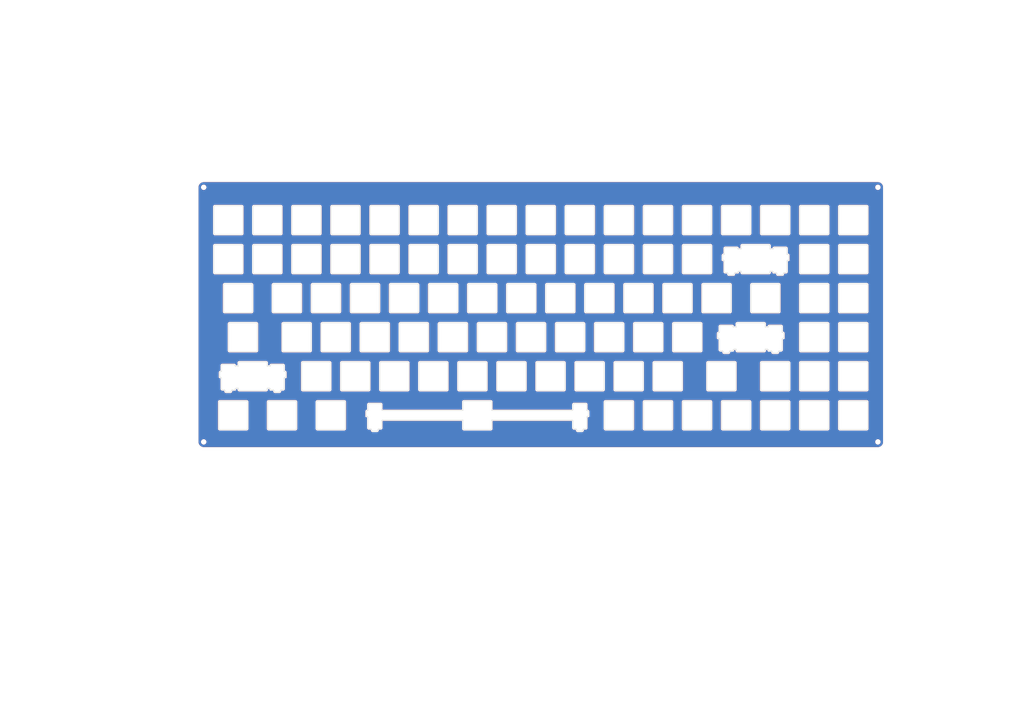
<source format=kicad_pcb>
(kicad_pcb (version 20241229) (generator "pcbnew") (generator_version "9.0")
  (layers (0 "F.Cu" signal) (2 "B.Cu" signal) (13 "F.Paste" user) (15 "B.Paste" user) (5 "F.SilkS" user "F.Silkscreen") (7 "B.SilkS" user "B.Silkscreen") (1 "F.Mask" user) (3 "B.Mask" user) (25 "Edge.Cuts" user))
  (net 0 "")
  (footprint "MountingHole:MountingHole_2.2mm_M2" (layer "F.Cu") (at 45.355 192.39)
    (property "Reference" "REF**" (hide yes))
    (property "Value" "MountingHole_2.2mm_M2" (hide yes))
    (pad "" np_thru_hole circle (at 0 0) (size 2.2 2.2) (drill 2.2) (layers "*.Cu" "*.Mask"))
  )
  (footprint "MountingHole:MountingHole_2.2mm_M2" (layer "F.Cu") (at 374.155 68.14)
    (property "Reference" "REF**" (hide yes))
    (property "Value" "MountingHole_2.2mm_M2" (hide yes))
    (pad "" np_thru_hole circle (at 0 0) (size 2.2 2.2) (drill 2.2) (layers "*.Cu" "*.Mask"))
  )
  (footprint "MountingHole:MountingHole_2.2mm_M2" (layer "F.Cu") (at 45.355 68.14)
    (property "Reference" "REF**" (hide yes))
    (property "Value" "MountingHole_2.2mm_M2" (hide yes))
    (pad "" np_thru_hole circle (at 0 0) (size 2.2 2.2) (drill 2.2) (layers "*.Cu" "*.Mask"))
  )
  (footprint "MountingHole:MountingHole_2.2mm_M2" (layer "F.Cu") (at 374.155 192.39)
    (property "Reference" "REF**" (hide yes))
    (property "Value" "MountingHole_2.2mm_M2" (hide yes))
    (pad "" np_thru_hole circle (at 0 0) (size 2.2 2.2) (drill 2.2) (layers "*.Cu" "*.Mask"))
  )
  (gr_arc (start 296.3833 141.798) (mid 296.736871 141.944464) (end 296.88335 142.291029) (stroke (width 0.2)) (layer "Edge.Cuts"))
  (gr_line (start 254.855 172.89) (end 254.855 185.89) (stroke (width 0.2)) (layer "Edge.Cuts"))
  (gr_arc (start 230.32275 186.6624) (mid 230.176306 187.015971) (end 229.82275 187.1624) (stroke (width 0.2)) (layer "Edge.Cuts"))
  (gr_arc (start 140.055 77.14) (mid 140.408553 77.286447) (end 140.555 77.64) (stroke (width 0.2)) (layer "Edge.Cuts"))
  (gr_line (start 155.63 115.24) (end 168.63 115.24) (stroke (width 0.2)) (layer "Edge.Cuts"))
  (gr_arc (start 127.7748 187.1624) (mid 127.421229 187.015936) (end 127.27475 186.6553) (stroke (width 0.2)) (layer "Edge.Cuts"))
  (gr_arc (start 132.12615 182.19) (mid 132.272594 181.836429) (end 132.62615 181.69) (stroke (width 0.2)) (layer "Edge.Cuts"))
  (gr_arc (start 324.444 109.794) (mid 324.797553 109.940447) (end 324.944 110.294) (stroke (width 0.2)) (layer "Edge.Cuts"))
  (gr_arc (start 107.505 96.69) (mid 107.651447 96.336447) (end 108.005 96.19) (stroke (width 0.2)) (layer "Edge.Cuts"))
  (gr_line (start 278.955 96.69) (end 278.955 109.69) (stroke (width 0.2)) (layer "Edge.Cuts"))
  (gr_arc (start 231.6261 173.7004) (mid 231.979671 173.846864) (end 232.12615 174.193429) (stroke (width 0.2)) (layer "Edge.Cuts"))
  (gr_arc (start 369.155 128.74) (mid 369.008553 129.093553) (end 368.655 129.24) (stroke (width 0.2)) (layer "Edge.Cuts"))
  (gr_line (start 299.2646 109.294) (end 299.2646 104.198) (stroke (width 0.2)) (layer "Edge.Cuts"))
  (gr_line (start 326.914 135.6004) (end 321.25935 135.6004) (stroke (width 0.2)) (layer "Edge.Cuts"))
  (gr_arc (start 312.2925 115.74) (mid 312.438947 115.386447) (end 312.7925 115.24) (stroke (width 0.2)) (layer "Edge.Cuts"))
  (gr_line (start 292.955 172.89) (end 292.955 185.89) (stroke (width 0.2)) (layer "Edge.Cuts"))
  (gr_line (start 146.105 96.19) (end 159.105 96.19) (stroke (width 0.2)) (layer "Edge.Cuts"))
  (gr_arc (start 102.455 109.69) (mid 102.308553 110.043553) (end 101.955 110.19) (stroke (width 0.2)) (layer "Edge.Cuts"))
  (gr_arc (start 225.47135 176.59) (mid 225.324906 176.943571) (end 224.97135 177.09) (stroke (width 0.2)) (layer "Edge.Cuts"))
  (gr_arc (start 374.155 65.14) (mid 376.27632 66.01868) (end 377.155 68.14) (stroke (width 0.05)) (layer "Edge.Cuts"))
  (gr_arc (start 279.455 186.39) (mid 279.101447 186.243553) (end 278.955 185.89) (stroke (width 0.2)) (layer "Edge.Cuts"))
  (gr_arc (start 300.568 109.794) (mid 300.921553 109.940447) (end 301.068 110.294) (stroke (width 0.2)) (layer "Edge.Cuts"))
  (gr_arc (start 53.49585 160.848) (mid 53.849403 160.994447) (end 53.99585 161.348) (stroke (width 0.2)) (layer "Edge.Cuts"))
  (gr_line (start 80.1753 168.1124) (end 82.22325 168.1124) (stroke (width 0.2)) (layer "Edge.Cuts"))
  (gr_line (start 164.655 96.69) (end 164.655 109.69) (stroke (width 0.2)) (layer "Edge.Cuts"))
  (gr_arc (start 296.01975 139.504) (mid 296.166194 139.150429) (end 296.51975 139.004) (stroke (width 0.2)) (layer "Edge.Cuts"))
  (gr_line (start 303.53815 147.6066) (end 303.53815 147.894) (stroke (width 0.2)) (layer "Edge.Cuts"))
  (gr_line (start 155.13 115.74) (end 155.13 128.74) (stroke (width 0.2)) (layer "Edge.Cuts"))
  (gr_arc (start 278.955 172.89) (mid 279.101447 172.536447) (end 279.455 172.39) (stroke (width 0.2)) (layer "Edge.Cuts"))
  (gr_arc (start 202.755 96.69) (mid 202.901447 96.336447) (end 203.255 96.19) (stroke (width 0.2)) (layer "Edge.Cuts"))
  (gr_arc (start 127.055 110.19) (mid 126.701447 110.043553) (end 126.555 109.69) (stroke (width 0.2)) (layer "Edge.Cuts"))
  (gr_line (start 320.75935 147.894) (end 322.0627 147.894) (stroke (width 0.2)) (layer "Edge.Cuts"))
  (gr_line (start 328.27775 141.798) (end 328.27775 139.497029) (stroke (width 0.2)) (layer "Edge.Cuts"))
  (gr_arc (start 192.9425 147.79) (mid 192.796053 148.143553) (end 192.4425 148.29) (stroke (width 0.2)) (layer "Edge.Cuts"))
  (gr_line (start 53.13225 160.848) (end 53.13225 158.554) (stroke (width 0.2)) (layer "Edge.Cuts"))
  (gr_line (start 103.2425 134.29) (end 116.2425 134.29) (stroke (width 0.2)) (layer "Edge.Cuts"))
  (gr_line (start 298.68675 148.5553) (end 298.68675 148.387029) (stroke (width 0.2)) (layer "Edge.Cuts"))
  (gr_arc (start 368.655 77.14) (mid 369.008553 77.286447) (end 369.155 77.64) (stroke (width 0.2)) (layer "Edge.Cuts"))
  (gr_line (start 232.12615 185.494) (end 232.12615 180.398) (stroke (width 0.2)) (layer "Edge.Cuts"))
  (gr_arc (start 68.6175 115.24) (mid 68.971053 115.386447) (end 69.1175 115.74) (stroke (width 0.2)) (layer "Edge.Cuts"))
  (gr_arc (start 165.155 110.19) (mid 164.801447 110.043553) (end 164.655 109.69) (stroke (width 0.2)) (layer "Edge.Cuts"))
  (gr_arc (start 307.53 96.69) (mid 307.676447 96.336447) (end 308.03 96.19) (stroke (width 0.2)) (layer "Edge.Cuts"))
  (gr_arc (start 82.72325 167.444) (mid 82.869694 167.090429) (end 83.22325 166.944) (stroke (width 0.2)) (layer "Edge.Cuts"))
  (gr_line (start 355.155 96.69) (end 355.155 109.69) (stroke (width 0.2)) (layer "Edge.Cuts"))
  (gr_arc (start 54.49585 166.944) (mid 54.142297 166.797553) (end 53.99585 166.444) (stroke (width 0.2)) (layer "Edge.Cuts"))
  (gr_line (start 269.1425 134.79) (end 269.1425 147.79) (stroke (width 0.2)) (layer "Edge.Cuts"))
  (gr_arc (start 178.655 109.69) (mid 178.508553 110.043553) (end 178.155 110.19) (stroke (width 0.2)) (layer "Edge.Cuts"))
  (gr_arc (start 231.83 129.24) (mid 231.476447 129.093553) (end 231.33 128.74) (stroke (width 0.2)) (layer "Edge.Cuts"))
  (gr_line (start 336.605 148.29) (end 349.605 148.29) (stroke (width 0.2)) (layer "Edge.Cuts"))
  (gr_arc (start 236.5925 148.29) (mid 236.238947 148.143553) (end 236.0925 147.79) (stroke (width 0.2)) (layer "Edge.Cuts"))
  (gr_line (start 50.855 91.14) (end 63.855 91.14) (stroke (width 0.2)) (layer "Edge.Cuts"))
  (gr_line (start 60.65065 155.4632) (end 62.26 155.4632) (stroke (width 0.2)) (layer "Edge.Cuts"))
  (gr_arc (start 350.105 109.69) (mid 349.958553 110.043553) (end 349.605 110.19) (stroke (width 0.2)) (layer "Edge.Cuts"))
  (gr_arc (start 174.18 115.74) (mid 174.326447 115.386447) (end 174.68 115.24) (stroke (width 0.2)) (layer "Edge.Cuts"))
  (gr_arc (start 107.505 77.64) (mid 107.651447 77.286447) (end 108.005 77.14) (stroke (width 0.2)) (layer "Edge.Cuts"))
  (gr_arc (start 331.055 166.84) (mid 330.908553 167.193553) (end 330.555 167.34) (stroke (width 0.2)) (layer "Edge.Cuts"))
  (gr_line (start 321.53 96.69) (end 321.53 98.31) (stroke (width 0.2)) (layer "Edge.Cuts"))
  (gr_line (start 193.23 115.74) (end 193.23 128.74) (stroke (width 0.2)) (layer "Edge.Cuts"))
  (gr_line (start 69.405 96.69) (end 69.405 109.69) (stroke (width 0.2)) (layer "Edge.Cuts"))
  (gr_line (start 185.79875 172.897171) (end 185.79875 177.09) (stroke (width 0.2)) (layer "Edge.Cuts"))
  (gr_line (start 296.01975 141.798) (end 296.01975 139.504) (stroke (width 0.2)) (layer "Edge.Cuts"))
  (gr_arc (start 121.505 109.69) (mid 121.358553 110.043553) (end 121.005 110.19) (stroke (width 0.2)) (layer "Edge.Cuts"))
  (gr_line (start 62.26 153.8432) (end 62.26 155.4632) (stroke (width 0.2)) (layer "Edge.Cuts"))
  (gr_arc (start 263.88 115.24) (mid 264.233553 115.386447) (end 264.38 115.74) (stroke (width 0.2)) (layer "Edge.Cuts"))
  (gr_arc (start 320.2593 147.1066) (mid 320.612871 147.253064) (end 320.75935 147.613771) (stroke (width 0.2)) (layer "Edge.Cuts"))
  (gr_line (start 298.505 186.39) (end 311.505 186.39) (stroke (width 0.2)) (layer "Edge.Cuts"))
  (gr_line (start 165.155 77.14) (end 178.155 77.14) (stroke (width 0.2)) (layer "Edge.Cuts"))
  (gr_arc (start 232.12615 180.398) (mid 232.272594 180.044429) (end 232.62615 179.898) (stroke (width 0.2)) (layer "Edge.Cuts"))
  (gr_line (start 301.73475 148.394) (end 301.73475 148.5624) (stroke (width 0.2)) (layer "Edge.Cuts"))
  (gr_arc (start 282.93 115.24) (mid 283.283553 115.386447) (end 283.43 115.74) (stroke (width 0.2)) (layer "Edge.Cuts"))
  (gr_line (start 240.855 172.89) (end 240.855 185.89) (stroke (width 0.2)) (layer "Edge.Cuts"))
  (gr_line (start 178.655 96.69) (end 178.655 109.69) (stroke (width 0.2)) (layer "Edge.Cuts"))
  (gr_arc (start 350.105 147.79) (mid 349.958553 148.143553) (end 349.605 148.29) (stroke (width 0.2)) (layer "Edge.Cuts"))
  (gr_line (start 55.6175 129.24) (end 68.6175 129.24) (stroke (width 0.2)) (layer "Edge.Cuts"))
  (gr_arc (start 336.605 148.29) (mid 336.251447 148.143553) (end 336.105 147.79) (stroke (width 0.2)) (layer "Edge.Cuts"))
  (gr_line (start 291.36125 153.34) (end 304.3612 153.34) (stroke (width 0.2)) (layer "Edge.Cuts"))
  (gr_arc (start 299.1869 149.0624) (mid 298.833229 148.915936) (end 298.68675 148.5553) (stroke (width 0.2)) (layer "Edge.Cuts"))
  (gr_arc (start 321.53 109.69) (mid 321.383553 110.043553) (end 321.03 110.19) (stroke (width 0.2)) (layer "Edge.Cuts"))
  (gr_line (start 76.26125 166.16) (end 76.26125 166.84) (stroke (width 0.2)) (layer "Edge.Cuts"))
  (gr_line (start 193.73 115.24) (end 206.73 115.24) (stroke (width 0.2)) (layer "Edge.Cuts"))
  (gr_arc (start 82.905 96.19) (mid 83.258553 96.336447) (end 83.405 96.69) (stroke (width 0.2)) (layer "Edge.Cuts"))
  (gr_line (start 301.23475 149.0624) (end 299.1869 149.0624) (stroke (width 0.2)) (layer "Edge.Cuts"))
  (gr_arc (start 50.855 91.14) (mid 50.501447 90.993553) (end 50.355 90.64) (stroke (width 0.2)) (layer "Edge.Cuts"))
  (gr_line (start 125.97135 173.7004) (end 131.6261 173.7004) (stroke (width 0.2)) (layer "Edge.Cuts"))
  (gr_arc (start 350.105 90.64) (mid 349.958553 90.993553) (end 349.605 91.14) (stroke (width 0.2)) (layer "Edge.Cuts"))
  (gr_arc (start 154.8425 147.79) (mid 154.696053 148.143553) (end 154.3425 148.29) (stroke (width 0.2)) (layer "Edge.Cuts"))
  (gr_line (start 259.905 96.69) (end 259.905 109.69) (stroke (width 0.2)) (layer "Edge.Cuts"))
  (gr_arc (start 188.4675 153.84) (mid 188.613947 153.486447) (end 188.9675 153.34) (stroke (width 0.2)) (layer "Edge.Cuts"))
  (gr_line (start 136.58 115.24) (end 149.58 115.24) (stroke (width 0.2)) (layer "Edge.Cuts"))
  (gr_arc (start 330.555 153.34) (mid 330.908553 153.486447) (end 331.055 153.84) (stroke (width 0.2)) (layer "Edge.Cuts"))
  (gr_line (start 88.955 91.14) (end 101.955 91.14) (stroke (width 0.2)) (layer "Edge.Cuts"))
  (gr_arc (start 70.9987 134.29) (mid 71.352271 134.436464) (end 71.49875 134.797171) (stroke (width 0.2)) (layer "Edge.Cuts"))
  (gr_line (start 108.005 110.19) (end 121.005 110.19) (stroke (width 0.2)) (layer "Edge.Cuts"))
  (gr_line (start 350.105 134.79) (end 350.105 147.79) (stroke (width 0.2)) (layer "Edge.Cuts"))
  (gr_line (start 62.76125 153.34) (end 75.7611 153.34) (stroke (width 0.2)) (layer "Edge.Cuts"))
  (gr_line (start 57.9988 148.29) (end 70.99875 148.29) (stroke (width 0.2)) (layer "Edge.Cuts"))
  (gr_arc (start 221.805 77.64) (mid 221.951447 77.286447) (end 222.305 77.14) (stroke (width 0.2)) (layer "Edge.Cuts"))
  (gr_arc (start 111.48 115.24) (mid 111.833553 115.386447) (end 111.98 115.74) (stroke (width 0.2)) (layer "Edge.Cuts"))
  (gr_arc (start 298.505 186.39) (mid 298.151447 186.243553) (end 298.005 185.89) (stroke (width 0.2)) (layer "Edge.Cuts"))
  (gr_arc (start 349.605 77.14) (mid 349.958553 77.286447) (end 350.105 77.64) (stroke (width 0.2)) (layer "Edge.Cuts"))
  (gr_arc (start 202.755 77.64) (mid 202.901447 77.286447) (end 203.255 77.14) (stroke (width 0.2)) (layer "Edge.Cuts"))
  (gr_line (start 216.755 77.64) (end 216.755 90.64) (stroke (width 0.2)) (layer "Edge.Cuts"))
  (gr_line (start 62.26125 166.16) (end 62.26125 166.8469) (stroke (width 0.2)) (layer "Edge.Cuts"))
  (gr_line (start 197.9925 134.79) (end 197.9925 147.79) (stroke (width 0.2)) (layer "Edge.Cuts"))
  (gr_arc (start 178.9425 134.79) (mid 179.088947 134.436447) (end 179.4425 134.29) (stroke (width 0.2)) (layer "Edge.Cuts"))
  (gr_arc (start 369.155 185.89) (mid 369.008553 186.243553) (end 368.655 186.39) (stroke (width 0.2)) (layer "Edge.Cuts"))
  (gr_arc (start 202.4675 166.84) (mid 202.321053 167.193553) (end 201.9675 167.34) (stroke (width 0.2)) (layer "Edge.Cuts"))
  (gr_line (start 321.53 109.0066) (end 322.6406 109.0066) (stroke (width 0.2)) (layer "Edge.Cuts"))
  (gr_line (start 197.705 77.64) (end 197.705 90.64) (stroke (width 0.2)) (layer "Edge.Cuts"))
  (gr_arc (start 349.605 134.29) (mid 349.958553 134.436447) (end 350.105 134.79) (stroke (width 0.2)) (layer "Edge.Cuts"))
  (gr_line (start 212.28 115.74) (end 212.28 128.74) (stroke (width 0.2)) (layer "Edge.Cuts"))
  (gr_line (start 126.7746 185.994) (end 125.9714 185.994) (stroke (width 0.2)) (layer "Edge.Cuts"))
  (gr_arc (start 155.63 129.24) (mid 155.276447 129.093553) (end 155.13 128.74) (stroke (width 0.2)) (layer "Edge.Cuts"))
  (gr_line (start 325.61075 148.5624) (end 325.61075 148.394) (stroke (width 0.2)) (layer "Edge.Cuts"))
  (gr_line (start 259.905 77.64) (end 259.905 90.64) (stroke (width 0.2)) (layer "Edge.Cuts"))
  (gr_arc (start 312.7925 129.24) (mid 312.438947 129.093553) (end 312.2925 128.74) (stroke (width 0.2)) (layer "Edge.Cuts"))
  (gr_line (start 336.605 96.19) (end 349.605 96.19) (stroke (width 0.2)) (layer "Edge.Cuts"))
  (gr_arc (start 350.105 128.74) (mid 349.958553 129.093553) (end 349.605 129.24) (stroke (width 0.2)) (layer "Edge.Cuts"))
  (gr_line (start 355.655 115.24) (end 368.655 115.24) (stroke (width 0.2)) (layer "Edge.Cuts"))
  (gr_line (start 336.605 77.14) (end 349.605 77.14) (stroke (width 0.2)) (layer "Edge.Cuts"))
  (gr_arc (start 368.655 153.34) (mid 369.008553 153.486447) (end 369.155 153.84) (stroke (width 0.2)) (layer "Edge.Cuts"))
  (gr_arc (start 254.355 77.14) (mid 254.708553 77.286447) (end 254.855 77.64) (stroke (width 0.2)) (layer "Edge.Cuts"))
  (gr_arc (start 329.7954 109.294) (mid 329.648953 109.647553) (end 329.2954 109.794) (stroke (width 0.2)) (layer "Edge.Cuts"))
  (gr_line (start 55.79925 167.6053) (end 55.79925 167.435754) (stroke (width 0.2)) (layer "Edge.Cuts"))
  (gr_line (start 241.355 96.19) (end 254.355 96.19) (stroke (width 0.2)) (layer "Edge.Cuts"))
  (gr_line (start 330.659 103.698) (end 330.659 101.404) (stroke (width 0.2)) (layer "Edge.Cuts"))
  (gr_line (start 355.655 96.19) (end 368.655 96.19) (stroke (width 0.2)) (layer "Edge.Cuts"))
  (gr_line (start 232.62615 179.898) (end 232.98975 179.898) (stroke (width 0.2)) (layer "Edge.Cuts"))
  (gr_line (start 198.4925 148.29) (end 211.4925 148.29) (stroke (width 0.2)) (layer "Edge.Cuts"))
  (gr_line (start 85.39025 160.848) (end 85.39025 158.547029) (stroke (width 0.2)) (layer "Edge.Cuts"))
  (gr_line (start 330.2954 103.698) (end 330.659 103.698) (stroke (width 0.2)) (layer "Edge.Cuts"))
  (gr_line (start 150.8675 167.34) (end 163.8675 167.34) (stroke (width 0.2)) (layer "Edge.Cuts"))
  (gr_arc (start 273.905 185.89) (mid 273.758553 186.243553) (end 273.405 186.39) (stroke (width 0.2)) (layer "Edge.Cuts"))
  (gr_arc (start 178.155 77.14) (mid 178.508553 77.286447) (end 178.655 77.64) (stroke (width 0.2)) (layer "Edge.Cuts"))
  (gr_arc (start 122.2925 148.29) (mid 121.938947 148.143553) (end 121.7925 147.79) (stroke (width 0.2)) (layer "Edge.Cuts"))
  (gr_line (start 122.2925 148.29) (end 135.2925 148.29) (stroke (width 0.2)) (layer "Edge.Cuts"))
  (gr_line (start 77.87185 155.1504) (end 77.87185 155.4632) (stroke (width 0.2)) (layer "Edge.Cuts"))
  (gr_arc (start 317.055 153.84) (mid 317.201447 153.486447) (end 317.555 153.34) (stroke (width 0.2)) (layer "Edge.Cuts"))
  (gr_line (start 250.88 115.24) (end 263.88 115.24) (stroke (width 0.2)) (layer "Edge.Cuts"))
  (gr_line (start 83.22325 166.944) (end 84.02665 166.944) (stroke (width 0.2)) (layer "Edge.Cuts"))
  (gr_arc (start 305.4194 97.5004) (mid 305.772953 97.646847) (end 305.9194 98.0004) (stroke (width 0.2)) (layer "Edge.Cuts"))
  (gr_arc (start 336.605 186.39) (mid 336.251447 186.243553) (end 336.105 185.89) (stroke (width 0.2)) (layer "Edge.Cuts"))
  (gr_arc (start 163.8675 153.34) (mid 164.221053 153.486447) (end 164.3675 153.84) (stroke (width 0.2)) (layer "Edge.Cuts"))
  (gr_arc (start 349.605 153.34) (mid 349.958553 153.486447) (end 350.105 153.84) (stroke (width 0.2)) (layer "Edge.Cuts"))
  (gr_arc (start 149.58 115.24) (mid 149.933553 115.386447) (end 150.08 115.74) (stroke (width 0.2)) (layer "Edge.Cuts"))
  (gr_arc (start 211.9925 147.79) (mid 211.846053 148.143553) (end 211.4925 148.29) (stroke (width 0.2)) (layer "Edge.Cuts"))
  (gr_line (start 326.11075 147.894) (end 326.91415 147.894) (stroke (width 0.2)) (layer "Edge.Cuts"))
  (gr_line (start 279.455 96.19) (end 292.455 96.19) (stroke (width 0.2)) (layer "Edge.Cuts"))
  (gr_line (start 77.87185 166.663771) (end 77.87185 166.944) (stroke (width 0.2)) (layer "Edge.Cuts"))
  (gr_line (start 355.655 110.19) (end 368.655 110.19) (stroke (width 0.2)) (layer "Edge.Cuts"))
  (gr_line (start 336.105 153.84) (end 336.105 166.84) (stroke (width 0.2)) (layer "Edge.Cuts"))
  (gr_arc (start 159.605 109.69) (mid 159.458553 110.043553) (end 159.105 110.19) (stroke (width 0.2)) (layer "Edge.Cuts"))
  (gr_line (start 259.905 172.89) (end 259.905 185.89) (stroke (width 0.2)) (layer "Edge.Cuts"))
  (gr_arc (start 131.03 128.74) (mid 130.883553 129.093553) (end 130.53 129.24) (stroke (width 0.2)) (layer "Edge.Cuts"))
  (gr_arc (start 168.63 115.24) (mid 168.983553 115.386447) (end 169.13 115.74) (stroke (width 0.2)) (layer "Edge.Cuts"))
  (gr_arc (start 193.73 129.24) (mid 193.376447 129.093553) (end 193.23 128.74) (stroke (width 0.2)) (layer "Edge.Cuts"))
  (gr_arc (start 369.155 109.69) (mid 369.008553 110.043553) (end 368.655 110.19) (stroke (width 0.2)) (layer "Edge.Cuts"))
  (gr_line (start 84.1925 134.29) (end 97.1925 134.29) (stroke (width 0.2)) (layer "Edge.Cuts"))
  (gr_arc (start 197.9925 134.79) (mid 198.138947 134.436447) (end 198.4925 134.29) (stroke (width 0.2)) (layer "Edge.Cuts"))
  (gr_line (start 107.505 77.64) (end 107.505 90.64) (stroke (width 0.2)) (layer "Edge.Cuts"))
  (gr_arc (start 131.3175 153.84) (mid 131.463947 153.486447) (end 131.8175 153.34) (stroke (width 0.2)) (layer "Edge.Cuts"))
  (gr_line (start 274.1925 134.79) (end 274.1925 147.79) (stroke (width 0.2)) (layer "Edge.Cuts"))
  (gr_line (start 305.9194 109.5066) (end 305.9194 109.794) (stroke (width 0.2)) (layer "Edge.Cuts"))
  (gr_arc (start 292.955 90.64) (mid 292.808553 90.993553) (end 292.455 91.14) (stroke (width 0.2)) (layer "Edge.Cuts"))
  (gr_line (start 336.605 91.14) (end 349.605 91.14) (stroke (width 0.2)) (layer "Edge.Cuts"))
  (gr_arc (start 231.0425 147.79) (mid 230.896053 148.143553) (end 230.5425 148.29) (stroke (width 0.2)) (layer "Edge.Cuts"))
  (gr_arc (start 265.1675 167.34) (mid 264.813947 167.193553) (end 264.6675 166.84) (stroke (width 0.2)) (layer "Edge.Cuts"))
  (gr_arc (start 126.555 96.69) (mid 126.701447 96.336447) (end 127.055 96.19) (stroke (width 0.2)) (layer "Edge.Cuts"))
  (gr_line (start 317.555 77.14) (end 330.555 77.14) (stroke (width 0.2)) (layer "Edge.Cuts"))
  (gr_line (start 355.655 172.39) (end 368.655 172.39) (stroke (width 0.2)) (layer "Edge.Cuts"))
  (gr_line (start 145.3175 153.84) (end 145.3175 166.84) (stroke (width 0.2)) (layer "Edge.Cuts"))
  (gr_arc (start 349.605 96.19) (mid 349.958553 96.336447) (end 350.105 96.69) (stroke (width 0.2)) (layer "Edge.Cuts"))
  (gr_arc (start 225.9714 185.994) (mid 225.617829 185.847536) (end 225.47135 185.5009) (stroke (width 0.2)) (layer "Edge.Cuts"))
  (gr_arc (start 88.955 91.14) (mid 88.601447 90.993553) (end 88.455 90.64) (stroke (width 0.2)) (layer "Edge.Cuts"))
  (gr_arc (start 317.555 167.34) (mid 317.201447 167.193553) (end 317.055 166.84) (stroke (width 0.2)) (layer "Edge.Cuts"))
  (gr_line (start 336.605 186.39) (end 349.605 186.39) (stroke (width 0.2)) (layer "Edge.Cuts"))
  (gr_line (start 336.605 172.39) (end 349.605 172.39) (stroke (width 0.2)) (layer "Edge.Cuts"))
  (gr_line (start 124.9712 179.898) (end 124.60775 179.898) (stroke (width 0.2)) (layer "Edge.Cuts"))
  (gr_line (start 127.055 96.19) (end 140.055 96.19) (stroke (width 0.2)) (layer "Edge.Cuts"))
  (gr_arc (start 304.116 110.294) (mid 304.262447 109.940447) (end 304.616 109.794) (stroke (width 0.2)) (layer "Edge.Cuts"))
  (gr_arc (start 231.33 115.74) (mid 231.476447 115.386447) (end 231.83 115.24) (stroke (width 0.2)) (layer "Edge.Cuts"))
  (gr_arc (start 84.1925 148.29) (mid 83.838947 148.143553) (end 83.6925 147.79) (stroke (width 0.2)) (layer "Edge.Cuts"))
  (gr_line (start 184.205 96.19) (end 197.205 96.19) (stroke (width 0.2)) (layer "Edge.Cuts"))
  (gr_line (start 146.105 110.19) (end 159.105 110.19) (stroke (width 0.2)) (layer "Edge.Cuts"))
  (gr_line (start 231.6261 173.7004) (end 225.97135 173.7004) (stroke (width 0.2)) (layer "Edge.Cuts"))
  (gr_arc (start 198.4925 148.29) (mid 198.138947 148.143553) (end 197.9925 147.79) (stroke (width 0.2)) (layer "Edge.Cuts"))
  (gr_line (start 260.405 110.19) (end 273.405 110.19) (stroke (width 0.2)) (layer "Edge.Cuts"))
  (gr_arc (start 124.9712 179.898) (mid 125.324871 180.044464) (end 125.47135 180.391029) (stroke (width 0.2)) (layer "Edge.Cuts"))
  (gr_arc (start 182.9175 153.34) (mid 183.271053 153.486447) (end 183.4175 153.84) (stroke (width 0.2)) (layer "Edge.Cuts"))
  (gr_arc (start 79.43 129.24) (mid 79.076447 129.093553) (end 78.93 128.74) (stroke (width 0.2)) (layer "Edge.Cuts"))
  (gr_arc (start 350.105 166.84) (mid 349.958553 167.193553) (end 349.605 167.34) (stroke (width 0.2)) (layer "Edge.Cuts"))
  (gr_line (start 50.855 96.19) (end 63.855 96.19) (stroke (width 0.2)) (layer "Edge.Cuts"))
  (gr_line (start 305.9194 98.0004) (end 305.9194 98.3132) (stroke (width 0.2)) (layer "Edge.Cuts"))
  (gr_arc (start 84.0266 154.6504) (mid 84.380171 154.796864) (end 84.52665 155.143429) (stroke (width 0.2)) (layer "Edge.Cuts"))
  (gr_arc (start 92.43 115.24) (mid 92.783553 115.386447) (end 92.93 115.74) (stroke (width 0.2)) (layer "Edge.Cuts"))
  (gr_arc (start 217.0425 134.79) (mid 217.188947 134.436447) (end 217.5425 134.29) (stroke (width 0.2)) (layer "Edge.Cuts"))
  (gr_line (start 290.86125 153.84) (end 290.86125 166.8469) (stroke (width 0.2)) (layer "Edge.Cuts"))
  (gr_line (start 303.53815 147.894) (end 302.23475 147.894) (stroke (width 0.2)) (layer "Edge.Cuts"))
  (gr_arc (start 301.73475 148.5624) (mid 301.588306 148.915971) (end 301.23475 149.0624) (stroke (width 0.2)) (layer "Edge.Cuts"))
  (gr_arc (start 173.8925 147.79) (mid 173.746053 148.143553) (end 173.3925 148.29) (stroke (width 0.2)) (layer "Edge.Cuts"))
  (gr_line (start 296.51975 139.004) (end 296.88335 139.004) (stroke (width 0.2)) (layer "Edge.Cuts"))
  (gr_arc (start 273.405 172.39) (mid 273.758553 172.536447) (end 273.905 172.89) (stroke (width 0.2)) (layer "Edge.Cuts"))
  (gr_line (start 121.7925 134.79) (end 121.7925 147.79) (stroke (width 0.2)) (layer "Edge.Cuts"))
  (gr_arc (start 319.14875 147.79) (mid 319.002306 148.143571) (end 318.64875 148.29) (stroke (width 0.2)) (layer "Edge.Cuts"))
  (gr_arc (start 250.88 129.24) (mid 250.526447 129.093553) (end 250.38 128.74) (stroke (width 0.2)) (layer "Edge.Cuts"))
  (gr_line (start 221.5175 153.84) (end 221.5175 166.84) (stroke (width 0.2)) (layer "Edge.Cuts"))
  (gr_line (start 202.4675 153.84) (end 202.4675 166.84) (stroke (width 0.2)) (layer "Edge.Cuts"))
  (gr_arc (start 298.505 91.14) (mid 298.151447 90.993553) (end 298.005 90.64) (stroke (width 0.2)) (layer "Edge.Cuts"))
  (gr_arc (start 188.9675 167.34) (mid 188.613947 167.193553) (end 188.4675 166.84) (stroke (width 0.2)) (layer "Edge.Cuts"))
  (gr_line (start 100.36125 172.89) (end 100.36125 185.8969) (stroke (width 0.2)) (layer "Edge.Cuts"))
  (gr_line (start 264.38 115.74) (end 264.38 128.74) (stroke (width 0.2)) (layer "Edge.Cuts"))
  (gr_line (start 259.6175 153.84) (end 259.6175 166.84) (stroke (width 0.2)) (layer "Edge.Cuts"))
  (gr_line (start 303.53815 136.4132) (end 305.15 136.4132) (stroke (width 0.2)) (layer "Edge.Cuts"))
  (gr_arc (start 50.855 110.19) (mid 50.501447 110.043553) (end 50.355 109.69) (stroke (width 0.2)) (layer "Edge.Cuts"))
  (gr_line (start 183.4175 153.84) (end 183.4175 166.84) (stroke (width 0.2)) (layer "Edge.Cuts"))
  (gr_line (start 60.65065 155.157571) (end 60.65065 155.4632) (stroke (width 0.2)) (layer "Edge.Cuts"))
  (gr_arc (start 58.84725 167.61243) (mid 58.700806 167.965971) (end 58.34728 168.1124) (stroke (width 0.2)) (layer "Edge.Cuts"))
  (gr_arc (start 69.1175 128.74) (mid 68.971053 129.093553) (end 68.6175 129.24) (stroke (width 0.2)) (layer "Edge.Cuts"))
  (gr_line (start 230.32275 186.6624) (end 230.32275 186.494) (stroke (width 0.2)) (layer "Edge.Cuts"))
  (gr_arc (start 241.355 186.39) (mid 241.001447 186.243553) (end 240.855 185.89) (stroke (width 0.2)) (layer "Edge.Cuts"))
  (gr_line (start 164.655 77.64) (end 164.655 90.64) (stroke (width 0.2)) (layer "Edge.Cuts"))
  (gr_arc (start 290.86125 153.84) (mid 291.007694 153.486429) (end 291.36125 153.34) (stroke (width 0.2)) (layer "Edge.Cuts"))
  (gr_arc (start 254.355 96.19) (mid 254.708553 96.336447) (end 254.855 96.69) (stroke (width 0.2)) (layer "Edge.Cuts"))
  (gr_line (start 77.04875 172.39) (end 90.0487 172.39) (stroke (width 0.2)) (layer "Edge.Cuts"))
  (gr_line (start 305.9194 98.3132) (end 307.53 98.3132) (stroke (width 0.2)) (layer "Edge.Cuts"))
  (gr_line (start 69.1175 115.74) (end 69.1175 128.74) (stroke (width 0.2)) (layer "Edge.Cuts"))
  (gr_arc (start 288.98 129.24) (mid 288.626447 129.093553) (end 288.48 128.74) (stroke (width 0.2)) (layer "Edge.Cuts"))
  (gr_arc (start 326.2925 128.74) (mid 326.146053 129.093553) (end 325.7925 129.24) (stroke (width 0.2)) (layer "Edge.Cuts"))
  (gr_line (start 159.8925 134.79) (end 159.8925 147.79) (stroke (width 0.2)) (layer "Edge.Cuts"))
  (gr_arc (start 323.0629 149.0624) (mid 322.709229 148.915936) (end 322.56275 148.5693) (stroke (width 0.2)) (layer "Edge.Cuts"))
  (gr_line (start 50.855 77.14) (end 63.855 77.14) (stroke (width 0.2)) (layer "Edge.Cuts"))
  (gr_line (start 71.49875 134.797171) (end 71.49875 147.79) (stroke (width 0.2)) (layer "Edge.Cuts"))
  (gr_arc (start 232.4897 177.104) (mid 232.843271 177.250464) (end 232.98975 177.597029) (stroke (width 0.2)) (layer "Edge.Cuts"))
  (gr_line (start 227.0675 153.34) (end 240.0675 153.34) (stroke (width 0.2)) (layer "Edge.Cuts"))
  (gr_arc (start 298.005 172.89) (mid 298.151447 172.536447) (end 298.505 172.39) (stroke (width 0.2)) (layer "Edge.Cuts"))
  (gr_arc (start 60.65065 166.6566) (mid 60.797094 166.303029) (end 61.15065 166.1566) (stroke (width 0.2)) (layer "Edge.Cuts"))
  (gr_arc (start 130.53 115.24) (mid 130.883553 115.386447) (end 131.03 115.74) (stroke (width 0.2)) (layer "Edge.Cuts"))
  (gr_line (start 140.555 77.64) (end 140.555 90.64) (stroke (width 0.2)) (layer "Edge.Cuts"))
  (gr_arc (start 116.7425 147.79) (mid 116.596053 148.143553) (end 116.2425 148.29) (stroke (width 0.2)) (layer "Edge.Cuts"))
  (gr_line (start 224.97135 177.09) (end 185.8 177.09) (stroke (width 0.2)) (layer "Edge.Cuts"))
  (gr_arc (start 224.9712 181.69) (mid 225.324871 181.836464) (end 225.47135 182.197171) (stroke (width 0.2)) (layer "Edge.Cuts"))
  (gr_arc (start 150.3675 153.84) (mid 150.513947 153.486447) (end 150.8675 153.34) (stroke (width 0.2)) (layer "Edge.Cuts"))
  (gr_line (start 227.7748 187.1624) (end 229.82275 187.1624) (stroke (width 0.2)) (layer "Edge.Cuts"))
  (gr_arc (start 227.0675 167.34) (mid 226.713947 167.193553) (end 226.5675 166.84) (stroke (width 0.2)) (layer "Edge.Cuts"))
  (gr_line (start 260.405 186.39) (end 273.405 186.39) (stroke (width 0.2)) (layer "Edge.Cuts"))
  (gr_arc (start 212.28 115.74) (mid 212.426447 115.386447) (end 212.78 115.24) (stroke (width 0.2)) (layer "Edge.Cuts"))
  (gr_arc (start 323.1406 98.0004) (mid 323.287047 97.646847) (end 323.6406 97.5004) (stroke (width 0.2)) (layer "Edge.Cuts"))
  (gr_line (start 222.305 77.14) (end 235.305 77.14) (stroke (width 0.2)) (layer "Edge.Cuts"))
  (gr_line (start 79.43 115.24) (end 92.43 115.24) (stroke (width 0.2)) (layer "Edge.Cuts"))
  (gr_line (start 53.49585 160.848) (end 53.13225 160.848) (stroke (width 0.2)) (layer "Edge.Cuts"))
  (gr_line (start 184.205 91.14) (end 197.205 91.14) (stroke (width 0.2)) (layer "Edge.Cuts"))
  (gr_line (start 279.455 110.19) (end 292.455 110.19) (stroke (width 0.2)) (layer "Edge.Cuts"))
  (gr_arc (start 62.7614 167.34) (mid 62.407729 167.193536) (end 62.26125 166.8469) (stroke (width 0.2)) (layer "Edge.Cuts"))
  (gr_line (start 328.492 109.794) (end 329.2954 109.794) (stroke (width 0.2)) (layer "Edge.Cuts"))
  (gr_line (start 127.055 77.14) (end 140.055 77.14) (stroke (width 0.2)) (layer "Edge.Cuts"))
  (gr_arc (start 369.155 147.79) (mid 369.008553 148.143553) (end 368.655 148.29) (stroke (width 0.2)) (layer "Edge.Cuts"))
  (gr_arc (start 197.705 90.64) (mid 197.558553 90.993553) (end 197.205 91.14) (stroke (width 0.2)) (layer "Edge.Cuts"))
  (gr_arc (start 230.32275 186.494) (mid 230.469194 186.140429) (end 230.82275 185.994) (stroke (width 0.2)) (layer "Edge.Cuts"))
  (gr_line (start 188.9675 153.34) (end 201.9675 153.34) (stroke (width 0.2)) (layer "Edge.Cuts"))
  (gr_line (start 241.355 186.39) (end 254.355 186.39) (stroke (width 0.2)) (layer "Edge.Cuts"))
  (gr_line (start 76.26 153.8432) (end 76.26 155.4632) (stroke (width 0.2)) (layer "Edge.Cuts"))
  (gr_line (start 169.9175 153.34) (end 182.9175 153.34) (stroke (width 0.2)) (layer "Edge.Cuts"))
  (gr_line (start 336.605 110.19) (end 349.605 110.19) (stroke (width 0.2)) (layer "Edge.Cuts"))
  (gr_arc (start 114.36125 185.89) (mid 114.214806 186.243571) (end 113.86125 186.39) (stroke (width 0.2)) (layer "Edge.Cuts"))
  (gr_line (start 97.6925 134.79) (end 97.6925 147.79) (stroke (width 0.2)) (layer "Edge.Cuts"))
  (gr_arc (start 350.105 185.89) (mid 349.958553 186.243553) (end 349.605 186.39) (stroke (width 0.2)) (layer "Edge.Cuts"))
  (gr_line (start 279.455 77.14) (end 292.455 77.14) (stroke (width 0.2)) (layer "Edge.Cuts"))
  (gr_arc (start 329.7954 104.198) (mid 329.941847 103.844447) (end 330.2954 103.698) (stroke (width 0.2)) (layer "Edge.Cuts"))
  (gr_arc (start 355.155 134.79) (mid 355.301447 134.436447) (end 355.655 134.29) (stroke (width 0.2)) (layer "Edge.Cuts"))
  (gr_line (start 117.53 115.24) (end 130.53 115.24) (stroke (width 0.2)) (layer "Edge.Cuts"))
  (gr_line (start 225.9714 185.994) (end 226.7746 185.994) (stroke (width 0.2)) (layer "Edge.Cuts"))
  (gr_line (start 131.8175 167.34) (end 144.8175 167.34) (stroke (width 0.2)) (layer "Edge.Cuts"))
  (gr_arc (start 183.705 77.64) (mid 183.851447 77.286447) (end 184.205 77.14) (stroke (width 0.2)) (layer "Edge.Cuts"))
  (gr_arc (start 113.8611 172.39) (mid 114.214771 172.536464) (end 114.36125 172.897171) (stroke (width 0.2)) (layer "Edge.Cuts"))
  (gr_arc (start 79.1751 166.944) (mid 79.528771 167.090464) (end 79.67525 167.451171) (stroke (width 0.2)) (layer "Edge.Cuts"))
  (gr_line (start 84.52665 158.054) (end 84.52665 155.143429) (stroke (width 0.2)) (layer "Edge.Cuts"))
  (gr_line (start 121.505 96.69) (end 121.505 109.69) (stroke (width 0.2)) (layer "Edge.Cuts"))
  (gr_line (start 83.6925 134.79) (end 83.6925 147.79) (stroke (width 0.2)) (layer "Edge.Cuts"))
  (gr_arc (start 369.155 166.84) (mid 369.008553 167.193553) (end 368.655 167.34) (stroke (width 0.2)) (layer "Edge.Cuts"))
  (gr_arc (start 169.9175 167.34) (mid 169.563947 167.193553) (end 169.4175 166.84) (stroke (width 0.2)) (layer "Edge.Cuts"))
  (gr_arc (start 164.655 77.64) (mid 164.801447 77.286447) (end 165.155 77.14) (stroke (width 0.2)) (layer "Edge.Cuts"))
  (gr_line (start 212.78 115.24) (end 225.78 115.24) (stroke (width 0.2)) (layer "Edge.Cuts"))
  (gr_line (start 312.2925 115.74) (end 312.2925 128.74) (stroke (width 0.2)) (layer "Edge.Cuts"))
  (gr_line (start 125.47135 185.4869) (end 125.47135 180.391029) (stroke (width 0.2)) (layer "Edge.Cuts"))
  (gr_arc (start 225.47135 174.2004) (mid 225.617794 173.846829) (end 225.97135 173.7004) (stroke (width 0.2)) (layer "Edge.Cuts"))
  (gr_arc (start 355.655 148.29) (mid 355.301447 148.143553) (end 355.155 147.79) (stroke (width 0.2)) (layer "Edge.Cuts"))
  (gr_line (start 355.155 134.79) (end 355.155 147.79) (stroke (width 0.2)) (layer "Edge.Cuts"))
  (gr_line (start 203.255 110.19) (end 216.255 110.19) (stroke (width 0.2)) (layer "Edge.Cuts"))
  (gr_line (start 102.7425 134.79) (end 102.7425 147.79) (stroke (width 0.2)) (layer "Edge.Cuts"))
  (gr_arc (start 322.0627 147.894) (mid 322.416271 148.040464) (end 322.56275 148.401171) (stroke (width 0.2)) (layer "Edge.Cuts"))
  (gr_arc (start 82.72325 167.6124) (mid 82.576806 167.965971) (end 82.22325 168.1124) (stroke (width 0.2)) (layer "Edge.Cuts"))
  (gr_line (start 178.655 77.64) (end 178.655 90.64) (stroke (width 0.2)) (layer "Edge.Cuts"))
  (gr_arc (start 331.055 90.64) (mid 330.908553 90.993553) (end 330.555 91.14) (stroke (width 0.2)) (layer "Edge.Cuts"))
  (gr_arc (start 90.54875 185.89) (mid 90.402306 186.243571) (end 90.04875 186.39) (stroke (width 0.2)) (layer "Edge.Cuts"))
  (gr_line (start 127.055 110.19) (end 140.055 110.19) (stroke (width 0.2)) (layer "Edge.Cuts"))
  (gr_line (start 298.005 172.89) (end 298.005 185.89) (stroke (width 0.2)) (layer "Edge.Cuts"))
  (gr_arc (start 311.505 172.39) (mid 311.858553 172.536447) (end 312.005 172.89) (stroke (width 0.2)) (layer "Edge.Cuts"))
  (gr_line (start 231.83 129.24) (end 244.83 129.24) (stroke (width 0.2)) (layer "Edge.Cuts"))
  (gr_line (start 53.99585 158.054) (end 53.99585 155.1504) (stroke (width 0.2)) (layer "Edge.Cuts"))
  (gr_line (start 298.401 103.698) (end 298.401 101.404) (stroke (width 0.2)) (layer "Edge.Cuts"))
  (gr_line (start 84.1925 148.29) (end 97.1925 148.29) (stroke (width 0.2)) (layer "Edge.Cuts"))
  (gr_arc (start 164.3675 166.84) (mid 164.221053 167.193553) (end 163.8675 167.34) (stroke (width 0.2)) (layer "Edge.Cuts"))
  (gr_line (start 150.08 115.74) (end 150.08 128.74) (stroke (width 0.2)) (layer "Edge.Cuts"))
  (gr_line (start 279.455 186.39) (end 292.455 186.39) (stroke (width 0.2)) (layer "Edge.Cuts"))
  (gr_arc (start 297.3835 147.894) (mid 297.029829 147.747536) (end 296.88335 147.3869) (stroke (width 0.2)) (layer "Edge.Cuts"))
  (gr_line (start 317.055 77.64) (end 317.055 90.64) (stroke (width 0.2)) (layer "Edge.Cuts"))
  (gr_arc (start 141.3425 148.29) (mid 140.988947 148.143553) (end 140.8425 147.79) (stroke (width 0.2)) (layer "Edge.Cuts"))
  (gr_line (start 150.8675 153.34) (end 163.8675 153.34) (stroke (width 0.2)) (layer "Edge.Cuts"))
  (gr_arc (start 318.6486 134.29) (mid 319.002271 134.436464) (end 319.14875 134.797171) (stroke (width 0.2)) (layer "Edge.Cuts"))
  (gr_arc (start 336.605 129.24) (mid 336.251447 129.093553) (end 336.105 128.74) (stroke (width 0.2)) (layer "Edge.Cuts"))
  (gr_arc (start 132.6263 177.09) (mid 132.272629 176.943536) (end 132.12615 176.5969) (stroke (width 0.2)) (layer "Edge.Cuts"))
  (gr_line (start 250.88 129.24) (end 263.88 129.24) (stroke (width 0.2)) (layer "Edge.Cuts"))
  (gr_arc (start 245.33 128.74) (mid 245.183553 129.093553) (end 244.83 129.24) (stroke (width 0.2)) (layer "Edge.Cuts"))
  (gr_line (start 112.7675 153.34) (end 125.7675 153.34) (stroke (width 0.2)) (layer "Edge.Cuts"))
  (gr_line (start 198.4925 134.29) (end 211.4925 134.29) (stroke (width 0.2)) (layer "Edge.Cuts"))
  (gr_arc (start 244.83 115.24) (mid 245.183553 115.386447) (end 245.33 115.74) (stroke (width 0.2)) (layer "Edge.Cuts"))
  (gr_line (start 312.005 77.64) (end 312.005 90.64) (stroke (width 0.2)) (layer "Edge.Cuts"))
  (gr_arc (start 336.105 115.74) (mid 336.251447 115.386447) (end 336.605 115.24) (stroke (width 0.2)) (layer "Edge.Cuts"))
  (gr_arc (start 184.205 91.14) (mid 183.851447 90.993553) (end 183.705 90.64) (stroke (width 0.2)) (layer "Edge.Cuts"))
  (gr_arc (start 336.105 172.89) (mid 336.251447 172.536447) (end 336.605 172.39) (stroke (width 0.2)) (layer "Edge.Cuts"))
  (gr_arc (start 222.305 91.14) (mid 221.951447 90.993553) (end 221.805 90.64) (stroke (width 0.2)) (layer "Edge.Cuts"))
  (gr_arc (start 245.6175 153.84) (mid 245.763947 153.486447) (end 246.1175 153.34) (stroke (width 0.2)) (layer "Edge.Cuts"))
  (gr_arc (start 58.84725 167.44397) (mid 58.993694 167.090429) (end 59.34722 166.944) (stroke (width 0.2)) (layer "Edge.Cuts"))
  (gr_arc (start 368.655 134.29) (mid 369.008553 134.436447) (end 369.155 134.79) (stroke (width 0.2)) (layer "Edge.Cuts"))
  (gr_line (start 369.155 134.79) (end 369.155 147.79) (stroke (width 0.2)) (layer "Edge.Cuts"))
  (gr_line (start 183.705 96.69) (end 183.705 109.69) (stroke (width 0.2)) (layer "Edge.Cuts"))
  (gr_line (start 100.8614 186.39) (end 113.86125 186.39) (stroke (width 0.2)) (layer "Edge.Cuts"))
  (gr_arc (start 211.4925 134.29) (mid 211.846053 134.436447) (end 211.9925 134.79) (stroke (width 0.2)) (layer "Edge.Cuts"))
  (gr_arc (start 269.43 115.74) (mid 269.576447 115.386447) (end 269.93 115.24) (stroke (width 0.2)) (layer "Edge.Cuts"))
  (gr_arc (start 329.2954 97.5004) (mid 329.648953 97.646847) (end 329.7954 98.0004) (stroke (width 0.2)) (layer "Edge.Cuts"))
  (gr_line (start 312.7925 115.24) (end 325.7925 115.24) (stroke (width 0.2)) (layer "Edge.Cuts"))
  (gr_line (start 369.155 153.84) (end 369.155 166.84) (stroke (width 0.2)) (layer "Edge.Cuts"))
  (gr_arc (start 368.655 115.24) (mid 369.008553 115.386447) (end 369.155 115.74) (stroke (width 0.2)) (layer "Edge.Cuts"))
  (gr_line (start 324.944 110.294) (end 324.944 110.4624) (stroke (width 0.2)) (layer "Edge.Cuts"))
  (gr_line (start 304.86125 153.847171) (end 304.86125 166.84) (stroke (width 0.2)) (layer "Edge.Cuts"))
  (gr_arc (start 66.73625 185.89) (mid 66.589806 186.243571) (end 66.23625 186.39) (stroke (width 0.2)) (layer "Edge.Cuts"))
  (gr_line (start 100.86125 172.39) (end 113.8611 172.39) (stroke (width 0.2)) (layer "Edge.Cuts"))
  (gr_arc (start 93.7175 167.34) (mid 93.363947 167.193553) (end 93.2175 166.84) (stroke (width 0.2)) (layer "Edge.Cuts"))
  (gr_line (start 55.1175 115.74) (end 55.1175 128.74) (stroke (width 0.2)) (layer "Edge.Cuts"))
  (gr_arc (start 107.2175 166.84) (mid 107.071053 167.193553) (end 106.7175 167.34) (stroke (width 0.2)) (layer "Edge.Cuts"))
  (gr_line (start 69.905 91.14) (end 82.905 91.14) (stroke (width 0.2)) (layer "Edge.Cuts"))
  (gr_arc (start 131.6261 173.7004) (mid 131.979671 173.846864) (end 132.12615 174.207571) (stroke (width 0.2)) (layer "Edge.Cuts"))
  (gr_arc (start 298.1867 147.894) (mid 298.540271 148.040464) (end 298.68675 148.387029) (stroke (width 0.2)) (layer "Edge.Cuts"))
  (gr_line (start 79.67525 167.451171) (end 79.67525 167.6193) (stroke (width 0.2)) (layer "Edge.Cuts"))
  (gr_arc (start 254.355 172.39) (mid 254.708553 172.536447) (end 254.855 172.89) (stroke (width 0.2)) (layer "Edge.Cuts"))
  (gr_arc (start 292.455 172.39) (mid 292.808553 172.536447) (end 292.955 172.89) (stroke (width 0.2)) (layer "Edge.Cuts"))
  (gr_line (start 312.7925 129.24) (end 325.7925 129.24) (stroke (width 0.2)) (layer "Edge.Cuts"))
  (gr_line (start 279.455 91.14) (end 292.455 91.14) (stroke (width 0.2)) (layer "Edge.Cuts"))
  (gr_arc (start 197.205 77.14) (mid 197.558553 77.286447) (end 197.705 77.64) (stroke (width 0.2)) (layer "Edge.Cuts"))
  (gr_line (start 129.82275 187.1624) (end 127.7748 187.1624) (stroke (width 0.2)) (layer "Edge.Cuts"))
  (gr_line (start 230.82275 185.994) (end 231.62615 185.994) (stroke (width 0.2)) (layer "Edge.Cuts"))
  (gr_arc (start 377.155 192.39) (mid 376.27632 194.51132) (end 374.155 195.39) (stroke (width 0.05)) (layer "Edge.Cuts"))
  (gr_arc (start 287.6925 134.29) (mid 288.046053 134.436447) (end 288.1925 134.79) (stroke (width 0.2)) (layer "Edge.Cuts"))
  (gr_line (start 79.43 129.24) (end 92.43 129.24) (stroke (width 0.2)) (layer "Edge.Cuts"))
  (gr_line (start 350.105 96.69) (end 350.105 109.69) (stroke (width 0.2)) (layer "Edge.Cuts"))
  (gr_line (start 58.34728 168.1124) (end 56.2993 168.1124) (stroke (width 0.2)) (layer "Edge.Cuts"))
  (gr_line (start 131.8175 153.34) (end 144.8175 153.34) (stroke (width 0.2)) (layer "Edge.Cuts"))
  (gr_arc (start 255.1425 134.79) (mid 255.288947 134.436447) (end 255.6425 134.29) (stroke (width 0.2)) (layer "Edge.Cuts"))
  (gr_line (start 117.53 129.24) (end 130.53 129.24) (stroke (width 0.2)) (layer "Edge.Cuts"))
  (gr_arc (start 63.855 77.14) (mid 64.208553 77.286447) (end 64.355 77.64) (stroke (width 0.2)) (layer "Edge.Cuts"))
  (gr_arc (start 57.9988 148.29) (mid 57.645229 148.143536) (end 57.49875 147.7969) (stroke (width 0.2)) (layer "Edge.Cuts"))
  (gr_arc (start 101.955 77.14) (mid 102.308553 77.286447) (end 102.455 77.64) (stroke (width 0.2)) (layer "Edge.Cuts"))
  (gr_arc (start 227.7748 187.1624) (mid 227.421229 187.015936) (end 227.27475 186.6693) (stroke (width 0.2)) (layer "Edge.Cuts"))
  (gr_arc (start 84.52665 166.444) (mid 84.380206 166.797571) (end 84.02665 166.944) (stroke (width 0.2)) (layer "Edge.Cuts"))
  (gr_arc (start 131.8175 167.34) (mid 131.463947 167.193553) (end 131.3175 166.84) (stroke (width 0.2)) (layer "Edge.Cuts"))
  (gr_arc (start 301.568 110.9624) (mid 301.214447 110.815953) (end 301.068 110.4624) (stroke (width 0.2)) (layer "Edge.Cuts"))
  (gr_arc (start 169.4175 153.84) (mid 169.563947 153.486447) (end 169.9175 153.34) (stroke (width 0.2)) (layer "Edge.Cuts"))
  (gr_arc (start 254.855 90.64) (mid 254.708553 90.993553) (end 254.355 91.14) (stroke (width 0.2)) (layer "Edge.Cuts"))
  (gr_line (start 60.65065 166.944) (end 59.34722 166.944) (stroke (width 0.2)) (layer "Edge.Cuts"))
  (gr_line (start 125.10775 177.104) (end 125.47135 177.104) (stroke (width 0.2)) (layer "Edge.Cuts"))
  (gr_line (start 222.305 110.19) (end 235.305 110.19) (stroke (width 0.2)) (layer "Edge.Cuts"))
  (gr_arc (start 103.2425 148.29) (mid 102.888947 148.143553) (end 102.7425 147.79) (stroke (width 0.2)) (layer "Edge.Cuts"))
  (gr_line (start 323.1406 98.0004) (end 323.1406 98.3132) (stroke (width 0.2)) (layer "Edge.Cuts"))
  (gr_arc (start 355.155 96.69) (mid 355.301447 96.336447) (end 355.655 96.19) (stroke (width 0.2)) (layer "Edge.Cuts"))
  (gr_arc (start 317.055 77.64) (mid 317.201447 77.286447) (end 317.555 77.14) (stroke (width 0.2)) (layer "Edge.Cuts"))
  (gr_line (start 377.155 68.14) (end 377.155 192.39) (stroke (width 0.05)) (layer "Edge.Cuts"))
  (gr_arc (start 124.60775 177.604) (mid 124.754194 177.250429) (end 125.10775 177.104) (stroke (width 0.2)) (layer "Edge.Cuts"))
  (gr_arc (start 121.005 96.19) (mid 121.358553 96.336447) (end 121.505 96.69) (stroke (width 0.2)) (layer "Edge.Cuts"))
  (gr_line (start 221.805 77.64) (end 221.805 90.64) (stroke (width 0.2)) (layer "Edge.Cuts"))
  (gr_line (start 260.405 77.14) (end 273.405 77.14) (stroke (width 0.2)) (layer "Edge.Cuts"))
  (gr_arc (start 69.905 110.19) (mid 69.551447 110.043553) (end 69.405 109.69) (stroke (width 0.2)) (layer "Edge.Cuts"))
  (gr_line (start 292.955 96.69) (end 292.955 109.69) (stroke (width 0.2)) (layer "Edge.Cuts"))
  (gr_line (start 308.03 110.19) (end 321.03 110.19) (stroke (width 0.2)) (layer "Edge.Cuts"))
  (gr_line (start 300.568 109.794) (end 299.7646 109.794) (stroke (width 0.2)) (layer "Edge.Cuts"))
  (gr_line (start 159.605 96.69) (end 159.605 109.69) (stroke (width 0.2)) (layer "Edge.Cuts"))
  (gr_arc (start 278.955 77.64) (mid 279.101447 77.286447) (end 279.455 77.14) (stroke (width 0.2)) (layer "Edge.Cuts"))
  (gr_arc (start 130.32275 186.6624) (mid 130.176306 187.015971) (end 129.82275 187.1624) (stroke (width 0.2)) (layer "Edge.Cuts"))
  (gr_line (start 127.055 91.14) (end 140.055 91.14) (stroke (width 0.2)) (layer "Edge.Cuts"))
  (gr_line (start 241.355 77.14) (end 254.355 77.14) (stroke (width 0.2)) (layer "Edge.Cuts"))
  (gr_arc (start 269.1425 147.79) (mid 268.996053 148.143553) (end 268.6425 148.29) (stroke (width 0.2)) (layer "Edge.Cuts"))
  (gr_arc (start 305.14875 134.79) (mid 305.295194 134.436429) (end 305.64875 134.29) (stroke (width 0.2)) (layer "Edge.Cuts"))
  (gr_line (start 165.155 110.19) (end 178.155 110.19) (stroke (width 0.2)) (layer "Edge.Cuts"))
  (gr_line (start 82.72325 167.6124) (end 82.72325 167.444) (stroke (width 0.2)) (layer "Edge.Cuts"))
  (gr_arc (start 225.78 115.24) (mid 226.133553 115.386447) (end 226.28 115.74) (stroke (width 0.2)) (layer "Edge.Cuts"))
  (gr_arc (start 240.855 77.64) (mid 241.001447 77.286447) (end 241.355 77.14) (stroke (width 0.2)) (layer "Edge.Cuts"))
  (gr_line (start 183.705 77.64) (end 183.705 90.64) (stroke (width 0.2)) (layer "Edge.Cuts"))
  (gr_line (start 131.62615 185.994) (end 130.82275 185.994) (stroke (width 0.2)) (layer "Edge.Cuts"))
  (gr_line (start 98.48 129.24) (end 111.48 129.24) (stroke (width 0.2)) (layer "Edge.Cuts"))
  (gr_line (start 329.2954 97.5004) (end 323.6406 97.5004) (stroke (width 0.2)) (layer "Edge.Cuts"))
  (gr_arc (start 88.455 77.64) (mid 88.601447 77.286447) (end 88.955 77.14) (stroke (width 0.2)) (layer "Edge.Cuts"))
  (gr_arc (start 140.555 109.69) (mid 140.408553 110.043553) (end 140.055 110.19) (stroke (width 0.2)) (layer "Edge.Cuts"))
  (gr_line (start 298.901 100.904) (end 299.2646 100.904) (stroke (width 0.2)) (layer "Edge.Cuts"))
  (gr_arc (start 298.7646 103.698) (mid 299.118153 103.844447) (end 299.2646 104.198) (stroke (width 0.2)) (layer "Edge.Cuts"))
  (gr_line (start 320.75935 136.1004) (end 320.75935 136.4132) (stroke (width 0.2)) (layer "Edge.Cuts"))
  (gr_arc (start 304.116 110.4624) (mid 303.969553 110.815953) (end 303.616 110.9624) (stroke (width 0.2)) (layer "Edge.Cuts"))
  (gr_line (start 288.48 115.74) (end 288.48 128.74) (stroke (width 0.2)) (layer "Edge.Cuts"))
  (gr_arc (start 235.805 90.64) (mid 235.658553 90.993553) (end 235.305 91.14) (stroke (width 0.2)) (layer "Edge.Cuts"))
  (gr_arc (start 336.605 167.34) (mid 336.251447 167.193553) (end 336.105 166.84) (stroke (width 0.2)) (layer "Edge.Cuts"))
  (gr_arc (start 283.43 128.74) (mid 283.283553 129.093553) (end 282.93 129.24) (stroke (width 0.2)) (layer "Edge.Cuts"))
  (gr_arc (start 56.2993 168.1124) (mid 55.945729 167.965936) (end 55.79925 167.6053) (stroke (width 0.2)) (layer "Edge.Cuts"))
  (gr_arc (start 178.155 96.19) (mid 178.508553 96.336447) (end 178.655 96.69) (stroke (width 0.2)) (layer "Edge.Cuts"))
  (gr_line (start 260.405 96.19) (end 273.405 96.19) (stroke (width 0.2)) (layer "Edge.Cuts"))
  (gr_line (start 184.205 77.14) (end 197.205 77.14) (stroke (width 0.2)) (layer "Edge.Cuts"))
  (gr_arc (start 279.455 91.14) (mid 279.101447 90.993553) (end 278.955 90.64) (stroke (width 0.2)) (layer "Edge.Cuts"))
  (gr_line (start 232.98975 179.898) (end 232.98975 177.597029) (stroke (width 0.2)) (layer "Edge.Cuts"))
  (gr_line (start 141.3425 148.29) (end 154.3425 148.29) (stroke (width 0.2)) (layer "Edge.Cuts"))
  (gr_line (start 225.47135 182.197171) (end 225.47135 185.5009) (stroke (width 0.2)) (layer "Edge.Cuts"))
  (gr_arc (start 207.23 128.74) (mid 207.083553 129.093553) (end 206.73 129.24) (stroke (width 0.2)) (layer "Edge.Cuts"))
  (gr_arc (start 274.1925 134.79) (mid 274.338947 134.436447) (end 274.6925 134.29) (stroke (width 0.2)) (layer "Edge.Cuts"))
  (gr_line (start 355.655 77.14) (end 368.655 77.14) (stroke (width 0.2)) (layer "Edge.Cuts"))
  (gr_arc (start 69.405 96.69) (mid 69.551447 96.336447) (end 69.905 96.19) (stroke (width 0.2)) (layer "Edge.Cuts"))
  (gr_line (start 77.0489 186.39) (end 90.04875 186.39) (stroke (width 0.2)) (layer "Edge.Cuts"))
  (gr_arc (start 355.155 77.64) (mid 355.301447 77.286447) (end 355.655 77.14) (stroke (width 0.2)) (layer "Edge.Cuts"))
  (gr_line (start 50.355 77.64) (end 50.355 90.64) (stroke (width 0.2)) (layer "Edge.Cuts"))
  (gr_line (start 299.7646 97.5004) (end 305.4194 97.5004) (stroke (width 0.2)) (layer "Edge.Cuts"))
  (gr_line (start 174.18 115.74) (end 174.18 128.74) (stroke (width 0.2)) (layer "Edge.Cuts"))
  (gr_line (start 323.1406 98.3132) (end 321.53 98.3132) (stroke (width 0.2)) (layer "Edge.Cuts"))
  (gr_arc (start 77.87185 155.1504) (mid 78.018294 154.796829) (end 78.37185 154.6504) (stroke (width 0.2)) (layer "Edge.Cuts"))
  (gr_arc (start 171.79875 172.89) (mid 171.945194 172.536429) (end 172.29875 172.39) (stroke (width 0.2)) (layer "Edge.Cuts"))
  (gr_arc (start 221.5175 166.84) (mid 221.371053 167.193553) (end 221.0175 167.34) (stroke (width 0.2)) (layer "Edge.Cuts"))
  (gr_line (start 69.905 96.19) (end 82.905 96.19) (stroke (width 0.2)) (layer "Edge.Cuts"))
  (gr_line (start 369.155 96.69) (end 369.155 109.69) (stroke (width 0.2)) (layer "Edge.Cuts"))
  (gr_arc (start 355.155 115.74) (mid 355.301447 115.386447) (end 355.655 115.24) (stroke (width 0.2)) (layer "Edge.Cuts"))
  (gr_arc (start 292.455 96.19) (mid 292.808553 96.336447) (end 292.955 96.69) (stroke (width 0.2)) (layer "Edge.Cuts"))
  (gr_line (start 305.64875 134.29) (end 318.6486 134.29) (stroke (width 0.2)) (layer "Edge.Cuts"))
  (gr_line (start 327.41415 139.004) (end 327.41415 136.093429) (stroke (width 0.2)) (layer "Edge.Cuts"))
  (gr_arc (start 327.41415 147.394) (mid 327.267706 147.747571) (end 326.91415 147.894) (stroke (width 0.2)) (layer "Edge.Cuts"))
  (gr_arc (start 355.655 91.14) (mid 355.301447 90.993553) (end 355.155 90.64) (stroke (width 0.2)) (layer "Edge.Cuts"))
  (gr_line (start 303.53815 136.107571) (end 303.53815 136.4132) (stroke (width 0.2)) (layer "Edge.Cuts"))
  (gr_line (start 76.26 166.1566) (end 77.3717 166.1566) (stroke (width 0.2)) (layer "Edge.Cuts"))
  (gr_line (start 114.36125 172.897171) (end 114.36125 185.89) (stroke (width 0.2)) (layer "Edge.Cuts"))
  (gr_arc (start 179.4425 148.29) (mid 179.088947 148.143553) (end 178.9425 147.79) (stroke (width 0.2)) (layer "Edge.Cuts"))
  (gr_arc (start 57.49875 134.78997) (mid 57.645194 134.436429) (end 57.99872 134.29) (stroke (width 0.2)) (layer "Edge.Cuts"))
  (gr_arc (start 146.105 110.19) (mid 145.751447 110.043553) (end 145.605 109.69) (stroke (width 0.2)) (layer "Edge.Cuts"))
  (gr_line (start 160.3925 148.29) (end 173.3925 148.29) (stroke (width 0.2)) (layer "Edge.Cuts"))
  (gr_line (start 369.155 115.74) (end 369.155 128.74) (stroke (width 0.2)) (layer "Edge.Cuts"))
  (gr_arc (start 259.6175 166.84) (mid 259.471053 167.193553) (end 259.1175 167.34) (stroke (width 0.2)) (layer "Edge.Cuts"))
  (gr_line (start 202.755 77.64) (end 202.755 90.64) (stroke (width 0.2)) (layer "Edge.Cuts"))
  (gr_line (start 355.655 148.29) (end 368.655 148.29) (stroke (width 0.2)) (layer "Edge.Cuts"))
  (gr_arc (start 292.955 185.89) (mid 292.808553 186.243553) (end 292.455 186.39) (stroke (width 0.2)) (layer "Edge.Cuts"))
  (gr_line (start 50.355 96.69) (end 50.355 109.69) (stroke (width 0.2)) (layer "Edge.Cuts"))
  (gr_arc (start 117.03 115.74) (mid 117.176447 115.386447) (end 117.53 115.24) (stroke (width 0.2)) (layer "Edge.Cuts"))
  (gr_arc (start 83.405 109.69) (mid 83.258553 110.043553) (end 82.905 110.19) (stroke (width 0.2)) (layer "Edge.Cuts"))
  (gr_arc (start 317.555 186.39) (mid 317.201447 186.243553) (end 317.055 185.89) (stroke (width 0.2)) (layer "Edge.Cuts"))
  (gr_arc (start 150.8675 167.34) (mid 150.513947 167.193553) (end 150.3675 166.84) (stroke (width 0.2)) (layer "Edge.Cuts"))
  (gr_arc (start 52.73625 172.89) (mid 52.882697 172.536447) (end 53.23625 172.39) (stroke (width 0.2)) (layer "Edge.Cuts"))
  (gr_line (start 116.7425 134.79) (end 116.7425 147.79) (stroke (width 0.2)) (layer "Edge.Cuts"))
  (gr_line (start 66.73625 172.897171) (end 66.73625 185.89) (stroke (width 0.2)) (layer "Edge.Cuts"))
  (gr_arc (start 312.005 185.89) (mid 311.858553 186.243553) (end 311.505 186.39) (stroke (width 0.2)) (layer "Edge.Cuts"))
  (gr_arc (start 355.655 129.24) (mid 355.301447 129.093553) (end 355.155 128.74) (stroke (width 0.2)) (layer "Edge.Cuts"))
  (gr_arc (start 226.28 128.74) (mid 226.133553 129.093553) (end 225.78 129.24) (stroke (width 0.2)) (layer "Edge.Cuts"))
  (gr_arc (start 250.0925 147.79) (mid 249.946053 148.143553) (end 249.5925 148.29) (stroke (width 0.2)) (layer "Edge.Cuts"))
  (gr_arc (start 159.105 96.19) (mid 159.458553 96.336447) (end 159.605 96.69) (stroke (width 0.2)) (layer "Edge.Cuts"))
  (gr_line (start 88.955 77.14) (end 101.955 77.14) (stroke (width 0.2)) (layer "Edge.Cuts"))
  (gr_arc (start 230.5425 134.29) (mid 230.896053 134.436447) (end 231.0425 134.79) (stroke (width 0.2)) (layer "Edge.Cuts"))
  (gr_arc (start 349.605 115.24) (mid 349.958553 115.386447) (end 350.105 115.74) (stroke (width 0.2)) (layer "Edge.Cuts"))
  (gr_line (start 232.4897 177.104) (end 232.12615 177.104) (stroke (width 0.2)) (layer "Edge.Cuts"))
  (gr_arc (start 188.18 128.74) (mid 188.033553 129.093553) (end 187.68 129.24) (stroke (width 0.2)) (layer "Edge.Cuts"))
  (gr_line (start 122.2925 134.29) (end 135.2925 134.29) (stroke (width 0.2)) (layer "Edge.Cuts"))
  (gr_line (start 369.155 172.89) (end 369.155 185.89) (stroke (width 0.2)) (layer "Edge.Cuts"))
  (gr_line (start 350.105 153.84) (end 350.105 166.84) (stroke (width 0.2)) (layer "Edge.Cuts"))
  (gr_line (start 283.43 115.74) (end 283.43 128.74) (stroke (width 0.2)) (layer "Edge.Cuts"))
  (gr_arc (start 368.655 172.39) (mid 369.008553 172.536447) (end 369.155 172.89) (stroke (width 0.2)) (layer "Edge.Cuts"))
  (gr_arc (start 355.155 172.89) (mid 355.301447 172.536447) (end 355.655 172.39) (stroke (width 0.2)) (layer "Edge.Cuts"))
  (gr_arc (start 66.2362 172.39) (mid 66.589771 172.536464) (end 66.73625 172.897171) (stroke (width 0.2)) (layer "Edge.Cuts"))
  (gr_arc (start 164.655 96.69) (mid 164.801447 96.336447) (end 165.155 96.19) (stroke (width 0.2)) (layer "Edge.Cuts"))
  (gr_arc (start 159.8925 134.79) (mid 160.038947 134.436447) (end 160.3925 134.29) (stroke (width 0.2)) (layer "Edge.Cuts"))
  (gr_arc (start 69.405 77.64) (mid 69.551447 77.286447) (end 69.905 77.14) (stroke (width 0.2)) (layer "Edge.Cuts"))
  (gr_line (start 83.405 96.69) (end 83.405 109.69) (stroke (width 0.2)) (layer "Edge.Cuts"))
  (gr_arc (start 273.905 90.64) (mid 273.758553 90.993553) (end 273.405 91.14) (stroke (width 0.2)) (layer "Edge.Cuts"))
  (gr_line (start 273.905 172.89) (end 273.905 185.89) (stroke (width 0.2)) (layer "Edge.Cuts"))
  (gr_arc (start 308.03 110.19) (mid 307.676447 110.043553) (end 307.53 109.69) (stroke (width 0.2)) (layer "Edge.Cuts"))
  (gr_arc (start 117.53 129.24) (mid 117.176447 129.093553) (end 117.03 128.74) (stroke (width 0.2)) (layer "Edge.Cuts"))
  (gr_line (start 305.14875 147.11) (end 305.14875 147.7969) (stroke (width 0.2)) (layer "Edge.Cuts"))
  (gr_line (start 305.6489 148.29) (end 318.64875 148.29) (stroke (width 0.2)) (layer "Edge.Cuts"))
  (gr_arc (start 311.505 77.14) (mid 311.858553 77.286447) (end 312.005 77.64) (stroke (width 0.2)) (layer "Edge.Cuts"))
  (gr_line (start 172.29875 172.39) (end 185.2986 172.39) (stroke (width 0.2)) (layer "Edge.Cuts"))
  (gr_arc (start 325.7925 115.24) (mid 326.146053 115.386447) (end 326.2925 115.74) (stroke (width 0.2)) (layer "Edge.Cuts"))
  (gr_arc (start 50.355 77.64) (mid 50.501447 77.286447) (end 50.855 77.14) (stroke (width 0.2)) (layer "Edge.Cuts"))
  (gr_line (start 350.105 77.64) (end 350.105 90.64) (stroke (width 0.2)) (layer "Edge.Cuts"))
  (gr_arc (start 82.905 77.14) (mid 83.258553 77.286447) (end 83.405 77.64) (stroke (width 0.2)) (layer "Edge.Cuts"))
  (gr_line (start 160.3925 134.29) (end 173.3925 134.29) (stroke (width 0.2)) (layer "Edge.Cuts"))
  (gr_line (start 241.355 110.19) (end 254.355 110.19) (stroke (width 0.2)) (layer "Edge.Cuts"))
  (gr_arc (start 312.005 90.64) (mid 311.858553 90.993553) (end 311.505 91.14) (stroke (width 0.2)) (layer "Edge.Cuts"))
  (gr_arc (start 321.03 96.19) (mid 321.383553 96.336447) (end 321.53 96.69) (stroke (width 0.2)) (layer "Edge.Cuts"))
  (gr_arc (start 292.455 77.14) (mid 292.808553 77.286447) (end 292.955 77.64) (stroke (width 0.2)) (layer "Edge.Cuts"))
  (gr_arc (start 97.6925 147.79) (mid 97.546053 148.143553) (end 97.1925 148.29) (stroke (width 0.2)) (layer "Edge.Cuts"))
  (gr_line (start 326.2925 115.74) (end 326.2925 128.74) (stroke (width 0.2)) (layer "Edge.Cuts"))
  (gr_arc (start 140.8425 134.79) (mid 140.988947 134.436447) (end 141.3425 134.29) (stroke (width 0.2)) (layer "Edge.Cuts"))
  (gr_line (start 62.7614 167.34) (end 75.76125 167.34) (stroke (width 0.2)) (layer "Edge.Cuts"))
  (gr_arc (start 84.52665 161.348) (mid 84.673094 160.994429) (end 85.02665 160.848) (stroke (width 0.2)) (layer "Edge.Cuts"))
  (gr_arc (start 145.3175 166.84) (mid 145.171053 167.193553) (end 144.8175 167.34) (stroke (width 0.2)) (layer "Edge.Cuts"))
  (gr_arc (start 212.78 129.24) (mid 212.426447 129.093553) (end 212.28 128.74) (stroke (width 0.2)) (layer "Edge.Cuts"))
  (gr_line (start 203.255 77.14) (end 216.255 77.14) (stroke (width 0.2)) (layer "Edge.Cuts"))
  (gr_arc (start 259.905 172.89) (mid 260.051447 172.536447) (end 260.405 172.39) (stroke (width 0.2)) (layer "Edge.Cuts"))
  (gr_line (start 69.405 77.64) (end 69.405 90.64) (stroke (width 0.2)) (layer "Edge.Cuts"))
  (gr_line (start 323.1406 109.5066) (end 323.1406 109.794) (stroke (width 0.2)) (layer "Edge.Cuts"))
  (gr_line (start 355.655 134.29) (end 368.655 134.29) (stroke (width 0.2)) (layer "Edge.Cuts"))
  (gr_arc (start 304.86125 166.84) (mid 304.714806 167.193571) (end 304.36125 167.34) (stroke (width 0.2)) (layer "Edge.Cuts"))
  (gr_arc (start 159.105 77.14) (mid 159.458553 77.286447) (end 159.605 77.64) (stroke (width 0.2)) (layer "Edge.Cuts"))
  (gr_line (start 273.905 77.64) (end 273.905 90.64) (stroke (width 0.2)) (layer "Edge.Cuts"))
  (gr_arc (start 93.2175 153.84) (mid 93.363947 153.486447) (end 93.7175 153.34) (stroke (width 0.2)) (layer "Edge.Cuts"))
  (gr_arc (start 278.6675 166.84) (mid 278.521053 167.193553) (end 278.1675 167.34) (stroke (width 0.2)) (layer "Edge.Cuts"))
  (gr_arc (start 160.3925 148.29) (mid 160.038947 148.143553) (end 159.8925 147.79) (stroke (width 0.2)) (layer "Edge.Cuts"))
  (gr_line (start 145.605 96.69) (end 145.605 109.69) (stroke (width 0.2)) (layer "Edge.Cuts"))
  (gr_arc (start 235.305 96.19) (mid 235.658553 96.336447) (end 235.805 96.69) (stroke (width 0.2)) (layer "Edge.Cuts"))
  (gr_line (start 274.6925 148.29) (end 287.6925 148.29) (stroke (width 0.2)) (layer "Edge.Cuts"))
  (gr_line (start 308.03 96.19) (end 321.03 96.19) (stroke (width 0.2)) (layer "Edge.Cuts"))
  (gr_line (start 265.1675 153.34) (end 278.1675 153.34) (stroke (width 0.2)) (layer "Edge.Cuts"))
  (gr_line (start 296.88335 139.004) (end 296.88335 136.1004) (stroke (width 0.2)) (layer "Edge.Cuts"))
  (gr_line (start 264.6675 153.84) (end 264.6675 166.84) (stroke (width 0.2)) (layer "Edge.Cuts"))
  (gr_line (start 260.405 172.39) (end 273.405 172.39) (stroke (width 0.2)) (layer "Edge.Cuts"))
  (gr_line (start 146.105 77.14) (end 159.105 77.14) (stroke (width 0.2)) (layer "Edge.Cuts"))
  (gr_line (start 217.5425 148.29) (end 230.5425 148.29) (stroke (width 0.2)) (layer "Edge.Cuts"))
  (gr_line (start 227.0675 167.34) (end 240.0675 167.34) (stroke (width 0.2)) (layer "Edge.Cuts"))
  (gr_line (start 136.58 129.24) (end 149.58 129.24) (stroke (width 0.2)) (layer "Edge.Cuts"))
  (gr_line (start 58.84725 167.44397) (end 58.84725 167.61243) (stroke (width 0.2)) (layer "Edge.Cuts"))
  (gr_line (start 208.0175 153.34) (end 221.0175 153.34) (stroke (width 0.2)) (layer "Edge.Cuts"))
  (gr_line (start 92.93 115.74) (end 92.93 128.74) (stroke (width 0.2)) (layer "Edge.Cuts"))
  (gr_line (start 60.65065 166.6566) (end 60.65065 166.944) (stroke (width 0.2)) (layer "Edge.Cuts"))
  (gr_arc (start 302.48 128.74) (mid 302.333553 129.093553) (end 301.98 129.24) (stroke (width 0.2)) (layer "Edge.Cuts"))
  (gr_line (start 88.955 110.19) (end 101.955 110.19) (stroke (width 0.2)) (layer "Edge.Cuts"))
  (gr_line (start 317.555 167.34) (end 330.555 167.34) (stroke (width 0.2)) (layer "Edge.Cuts"))
  (gr_arc (start 193.23 115.74) (mid 193.376447 115.386447) (end 193.73 115.24) (stroke (width 0.2)) (layer "Edge.Cuts"))
  (gr_arc (start 185.79875 185.89) (mid 185.652306 186.243571) (end 185.29875 186.39) (stroke (width 0.2)) (layer "Edge.Cuts"))
  (gr_line (start 53.99585 166.444) (end 53.99585 161.348) (stroke (width 0.2)) (layer "Edge.Cuts"))
  (gr_line (start 235.805 77.64) (end 235.805 90.64) (stroke (width 0.2)) (layer "Edge.Cuts"))
  (gr_line (start 269.93 115.24) (end 282.93 115.24) (stroke (width 0.2)) (layer "Edge.Cuts"))
  (gr_line (start 188.18 115.74) (end 188.18 128.74) (stroke (width 0.2)) (layer "Edge.Cuts"))
  (gr_line (start 240.855 77.64) (end 240.855 90.64) (stroke (width 0.2)) (layer "Edge.Cuts"))
  (gr_arc (start 185.2986 172.39) (mid 185.652271 172.536464) (end 185.79875 172.897171) (stroke (width 0.2)) (layer "Edge.Cuts"))
  (gr_arc (start 169.13 128.74) (mid 168.983553 129.093553) (end 168.63 129.24) (stroke (width 0.2)) (layer "Edge.Cuts"))
  (gr_arc (start 222.305 110.19) (mid 221.951447 110.043553) (end 221.805 109.69) (stroke (width 0.2)) (layer "Edge.Cuts"))
  (gr_line (start 322.56275 148.401171) (end 322.56275 148.5693) (stroke (width 0.2)) (layer "Edge.Cuts"))
  (gr_arc (start 260.405 91.14) (mid 260.051447 90.993553) (end 259.905 90.64) (stroke (width 0.2)) (layer "Edge.Cuts"))
  (gr_line (start 77.87185 155.4632) (end 76.26 155.4632) (stroke (width 0.2)) (layer "Edge.Cuts"))
  (gr_arc (start 53.99585 155.1504) (mid 54.142297 154.796847) (end 54.49585 154.6504) (stroke (width 0.2)) (layer "Edge.Cuts"))
  (gr_arc (start 217.5425 148.29) (mid 217.188947 148.143553) (end 217.0425 147.79) (stroke (width 0.2)) (layer "Edge.Cuts"))
  (gr_line (start 57.49875 134.78997) (end 57.49875 147.7969) (stroke (width 0.2)) (layer "Edge.Cuts"))
  (gr_line (start 327.41415 147.394) (end 327.41415 142.298) (stroke (width 0.2)) (layer "Edge.Cuts"))
  (gr_arc (start 264.38 128.74) (mid 264.233553 129.093553) (end 263.88 129.24) (stroke (width 0.2)) (layer "Edge.Cuts"))
  (gr_line (start 279.455 172.39) (end 292.455 172.39) (stroke (width 0.2)) (layer "Edge.Cuts"))
  (gr_arc (start 174.68 129.24) (mid 174.326447 129.093553) (end 174.18 128.74) (stroke (width 0.2)) (layer "Edge.Cuts"))
  (gr_line (start 172.2989 186.39) (end 185.29875 186.39) (stroke (width 0.2)) (layer "Edge.Cuts"))
  (gr_line (start 226.5675 153.84) (end 226.5675 166.84) (stroke (width 0.2)) (layer "Edge.Cuts"))
  (gr_arc (start 292.955 109.69) (mid 292.808553 110.043553) (end 292.455 110.19) (stroke (width 0.2)) (layer "Edge.Cuts"))
  (gr_line (start 159.605 77.64) (end 159.605 90.64) (stroke (width 0.2)) (layer "Edge.Cuts"))
  (gr_arc (start 268.6425 134.29) (mid 268.996053 134.436447) (end 269.1425 134.79) (stroke (width 0.2)) (layer "Edge.Cuts"))
  (gr_arc (start 355.155 153.84) (mid 355.301447 153.486447) (end 355.655 153.34) (stroke (width 0.2)) (layer "Edge.Cuts"))
  (gr_arc (start 325.444 110.9624) (mid 325.090447 110.815953) (end 324.944 110.4624) (stroke (width 0.2)) (layer "Edge.Cuts"))
  (gr_arc (start 235.305 77.14) (mid 235.658553 77.286447) (end 235.805 77.64) (stroke (width 0.2)) (layer "Edge.Cuts"))
  (gr_arc (start 216.255 96.19) (mid 216.608553 96.336447) (end 216.755 96.69) (stroke (width 0.2)) (layer "Edge.Cuts"))
  (gr_arc (start 336.105 153.84) (mid 336.251447 153.486447) (end 336.605 153.34) (stroke (width 0.2)) (layer "Edge.Cuts"))
  (gr_arc (start 111.98 128.74) (mid 111.833553 129.093553) (end 111.48 129.24) (stroke (width 0.2)) (layer "Edge.Cuts"))
  (gr_arc (start 150.08 128.74) (mid 149.933553 129.093553) (end 149.58 129.24) (stroke (width 0.2)) (layer "Edge.Cuts"))
  (gr_arc (start 102.7425 134.79) (mid 102.888947 134.436447) (end 103.2425 134.29) (stroke (width 0.2)) (layer "Edge.Cuts"))
  (gr_line (start 301.068 110.4624) (end 301.068 110.294) (stroke (width 0.2)) (layer "Edge.Cuts"))
  (gr_line (start 336.605 129.24) (end 349.605 129.24) (stroke (width 0.2)) (layer "Edge.Cuts"))
  (gr_line (start 246.1175 153.34) (end 259.1175 153.34) (stroke (width 0.2)) (layer "Edge.Cuts"))
  (gr_arc (start 250.38 115.74) (mid 250.526447 115.386447) (end 250.88 115.24) (stroke (width 0.2)) (layer "Edge.Cuts"))
  (gr_line (start 325.444 110.9624) (end 327.492 110.9624) (stroke (width 0.2)) (layer "Edge.Cuts"))
  (gr_arc (start 77.0489 186.39) (mid 76.695229 186.243536) (end 76.54875 185.8969) (stroke (width 0.2)) (layer "Edge.Cuts"))
  (gr_arc (start 273.905 109.69) (mid 273.758553 110.043553) (end 273.405 110.19) (stroke (width 0.2)) (layer "Edge.Cuts"))
  (gr_line (start 250.38 115.74) (end 250.38 128.74) (stroke (width 0.2)) (layer "Edge.Cuts"))
  (gr_arc (start 278.1675 153.34) (mid 278.521053 153.486447) (end 278.6675 153.84) (stroke (width 0.2)) (layer "Edge.Cuts"))
  (gr_line (start 132.6263 177.09) (end 171.8 177.09) (stroke (width 0.2)) (layer "Edge.Cuts"))
  (gr_line (start 225.47135 174.2004) (end 225.47135 176.59) (stroke (width 0.2)) (layer "Edge.Cuts"))
  (gr_arc (start 76.54875 172.89) (mid 76.695194 172.536429) (end 77.04875 172.39) (stroke (width 0.2)) (layer "Edge.Cuts"))
  (gr_arc (start 326.914 135.6004) (mid 327.267671 135.746864) (end 327.41415 136.093429) (stroke (width 0.2)) (layer "Edge.Cuts"))
  (gr_line (start 260.405 91.14) (end 273.405 91.14) (stroke (width 0.2)) (layer "Edge.Cuts"))
  (gr_line (start 203.255 96.19) (end 216.255 96.19) (stroke (width 0.2)) (layer "Edge.Cuts"))
  (gr_arc (start 305.6489 148.29) (mid 305.295229 148.143536) (end 305.14875 147.7969) (stroke (width 0.2)) (layer "Edge.Cuts"))
  (gr_arc (start 336.605 110.19) (mid 336.251447 110.043553) (end 336.105 109.69) (stroke (width 0.2)) (layer "Edge.Cuts"))
  (gr_arc (start 291.3613 167.34) (mid 291.007729 167.193536) (end 290.86125 166.8469) (stroke (width 0.2)) (layer "Edge.Cuts"))
  (gr_arc (start 192.4425 134.29) (mid 192.796053 134.436447) (end 192.9425 134.79) (stroke (width 0.2)) (layer "Edge.Cuts"))
  (gr_arc (start 288.48 115.74) (mid 288.626447 115.386447) (end 288.98 115.24) (stroke (width 0.2)) (layer "Edge.Cuts"))
  (gr_arc (start 259.905 77.64) (mid 260.051447 77.286447) (end 260.405 77.14) (stroke (width 0.2)) (layer "Edge.Cuts"))
  (gr_line (start 320.75935 136.4132) (end 319.15 136.4132) (stroke (width 0.2)) (layer "Edge.Cuts"))
  (gr_arc (start 368.655 96.19) (mid 369.008553 96.336447) (end 369.155 96.69) (stroke (width 0.2)) (layer "Edge.Cuts"))
  (gr_line (start 169.13 115.74) (end 169.13 128.74) (stroke (width 0.2)) (layer "Edge.Cuts"))
  (gr_line (start 302.48 115.74) (end 302.48 128.74) (stroke (width 0.2)) (layer "Edge.Cuts"))
  (gr_arc (start 83.405 90.64) (mid 83.258553 90.993553) (end 82.905 91.14) (stroke (width 0.2)) (layer "Edge.Cuts"))
  (gr_arc (start 273.405 77.14) (mid 273.758553 77.286447) (end 273.905 77.64) (stroke (width 0.2)) (layer "Edge.Cuts"))
  (gr_arc (start 240.0675 153.34) (mid 240.421053 153.486447) (end 240.5675 153.84) (stroke (width 0.2)) (layer "Edge.Cuts"))
  (gr_arc (start 240.855 96.69) (mid 241.001447 96.336447) (end 241.355 96.19) (stroke (width 0.2)) (layer "Edge.Cuts"))
  (gr_arc (start 77.3717 166.1566) (mid 77.725371 166.303064) (end 77.87185 166.663771) (stroke (width 0.2)) (layer "Edge.Cuts"))
  (gr_arc (start 226.7746 185.994) (mid 227.128271 186.140464) (end 227.27475 186.501171) (stroke (width 0.2)) (layer "Edge.Cuts"))
  (gr_line (start 165.155 91.14) (end 178.155 91.14) (stroke (width 0.2)) (layer "Edge.Cuts"))
  (gr_arc (start 126.2675 166.84) (mid 126.121053 167.193553) (end 125.7675 167.34) (stroke (width 0.2)) (layer "Edge.Cuts"))
  (gr_arc (start 84.8902 158.054) (mid 85.243771 158.200464) (end 85.39025 158.547029) (stroke (width 0.2)) (layer "Edge.Cuts"))
  (gr_arc (start 121.505 90.64) (mid 121.358553 90.993553) (end 121.005 91.14) (stroke (width 0.2)) (layer "Edge.Cuts"))
  (gr_line (start 155.63 129.24) (end 168.63 129.24) (stroke (width 0.2)) (layer "Edge.Cuts"))
  (gr_arc (start 197.205 96.19) (mid 197.558553 96.336447) (end 197.705 96.69) (stroke (width 0.2)) (layer "Edge.Cuts"))
  (gr_line (start 102.455 77.64) (end 102.455 90.64) (stroke (width 0.2)) (layer "Edge.Cuts"))
  (gr_line (start 208.0175 167.34) (end 221.0175 167.34) (stroke (width 0.2)) (layer "Edge.Cuts"))
  (gr_line (start 78.93 115.74) (end 78.93 128.74) (stroke (width 0.2)) (layer "Edge.Cuts"))
  (gr_line (start 317.555 91.14) (end 330.555 91.14) (stroke (width 0.2)) (layer "Edge.Cuts"))
  (gr_arc (start 90.0487 172.39) (mid 90.402271 172.536464) (end 90.54875 172.897171) (stroke (width 0.2)) (layer "Edge.Cuts"))
  (gr_line (start 323.0629 149.0624) (end 325.11075 149.0624) (stroke (width 0.2)) (layer "Edge.Cuts"))
  (gr_arc (start 207.5175 153.84) (mid 207.663947 153.486447) (end 208.0175 153.34) (stroke (width 0.2)) (layer "Edge.Cuts"))
  (gr_line (start 327.7776 139.004) (end 327.41415 139.004) (stroke (width 0.2)) (layer "Edge.Cuts"))
  (gr_arc (start 108.005 91.14) (mid 107.651447 90.993553) (end 107.505 90.64) (stroke (width 0.2)) (layer "Edge.Cuts"))
  (gr_arc (start 273.405 96.19) (mid 273.758553 96.336447) (end 273.905 96.69) (stroke (width 0.2)) (layer "Edge.Cuts"))
  (gr_line (start 171.79875 172.89) (end 171.79875 177.09) (stroke (width 0.2)) (layer "Edge.Cuts"))
  (gr_line (start 355.155 77.64) (end 355.155 90.64) (stroke (width 0.2)) (layer "Edge.Cuts"))
  (gr_line (start 154.8425 134.79) (end 154.8425 147.79) (stroke (width 0.2)) (layer "Edge.Cuts"))
  (gr_line (start 236.5925 134.29) (end 249.5925 134.29) (stroke (width 0.2)) (layer "Edge.Cuts"))
  (gr_arc (start 317.555 91.14) (mid 317.201447 90.993553) (end 317.055 90.64) (stroke (width 0.2)) (layer "Edge.Cuts"))
  (gr_arc (start 132.12615 185.494) (mid 131.979706 185.847571) (end 131.62615 185.994) (stroke (width 0.2)) (layer "Edge.Cuts"))
  (gr_line (start 298.7646 103.698) (end 298.401 103.698) (stroke (width 0.2)) (layer "Edge.Cuts"))
  (gr_arc (start 236.0925 134.79) (mid 236.238947 134.436447) (end 236.5925 134.29) (stroke (width 0.2)) (layer "Edge.Cuts"))
  (gr_line (start 329.7954 100.904) (end 329.7954 98.0004) (stroke (width 0.2)) (layer "Edge.Cuts"))
  (gr_line (start 355.155 153.84) (end 355.155 166.84) (stroke (width 0.2)) (layer "Edge.Cuts"))
  (gr_line (start 211.9925 134.79) (end 211.9925 147.79) (stroke (width 0.2)) (layer "Edge.Cuts"))
  (gr_line (start 103.2425 148.29) (end 116.2425 148.29) (stroke (width 0.2)) (layer "Edge.Cuts"))
  (gr_arc (start 221.805 96.69) (mid 221.951447 96.336447) (end 222.305 96.19) (stroke (width 0.2)) (layer "Edge.Cuts"))
  (gr_arc (start 116.2425 134.29) (mid 116.596053 134.436447) (end 116.7425 134.79) (stroke (width 0.2)) (layer "Edge.Cuts"))
  (gr_arc (start 240.5675 166.84) (mid 240.421053 167.193553) (end 240.0675 167.34) (stroke (width 0.2)) (layer "Edge.Cuts"))
  (gr_arc (start 206.73 115.24) (mid 207.083553 115.386447) (end 207.23 115.74) (stroke (width 0.2)) (layer "Edge.Cuts"))
  (gr_line (start 274.6925 134.29) (end 287.6925 134.29) (stroke (width 0.2)) (layer "Edge.Cuts"))
  (gr_line (start 57.99872 134.29) (end 70.9987 134.29) (stroke (width 0.2)) (layer "Edge.Cuts"))
  (gr_arc (start 145.605 77.64) (mid 145.751447 77.286447) (end 146.105 77.14) (stroke (width 0.2)) (layer "Edge.Cuts"))
  (gr_arc (start 78.93 115.74) (mid 79.076447 115.386447) (end 79.43 115.24) (stroke (width 0.2)) (layer "Edge.Cuts"))
  (gr_line (start 64.355 77.64) (end 64.355 90.64) (stroke (width 0.2)) (layer "Edge.Cuts"))
  (gr_arc (start 55.1175 115.74) (mid 55.263947 115.386447) (end 55.6175 115.24) (stroke (width 0.2)) (layer "Edge.Cuts"))
  (gr_line (start 245.6175 153.84) (end 245.6175 166.84) (stroke (width 0.2)) (layer "Edge.Cuts"))
  (gr_line (start 197.705 96.69) (end 197.705 109.69) (stroke (width 0.2)) (layer "Edge.Cuts"))
  (gr_line (start 336.105 77.64) (end 336.105 90.64) (stroke (width 0.2)) (layer "Edge.Cuts"))
  (gr_arc (start 288.1925 147.79) (mid 288.046053 148.143553) (end 287.6925 148.29) (stroke (width 0.2)) (layer "Edge.Cuts"))
  (gr_line (start 288.98 115.24) (end 301.98 115.24) (stroke (width 0.2)) (layer "Edge.Cuts"))
  (gr_line (start 217.5425 134.29) (end 230.5425 134.29) (stroke (width 0.2)) (layer "Edge.Cuts"))
  (gr_line (start 93.7175 167.34) (end 106.7175 167.34) (stroke (width 0.2)) (layer "Edge.Cuts"))
  (gr_line (start 241.355 91.14) (end 254.355 91.14) (stroke (width 0.2)) (layer "Edge.Cuts"))
  (gr_line (start 150.3675 153.84) (end 150.3675 166.84) (stroke (width 0.2)) (layer "Edge.Cuts"))
  (gr_line (start 117.03 115.74) (end 117.03 128.74) (stroke (width 0.2)) (layer "Edge.Cuts"))
  (gr_line (start 141.3425 134.29) (end 154.3425 134.29) (stroke (width 0.2)) (layer "Edge.Cuts"))
  (gr_line (start 179.4425 148.29) (end 192.4425 148.29) (stroke (width 0.2)) (layer "Edge.Cuts"))
  (gr_line (start 235.805 96.69) (end 235.805 109.69) (stroke (width 0.2)) (layer "Edge.Cuts"))
  (gr_arc (start 76.26125 166.84) (mid 76.114806 167.193571) (end 75.76125 167.34) (stroke (width 0.2)) (layer "Edge.Cuts"))
  (gr_line (start 222.305 91.14) (end 235.305 91.14) (stroke (width 0.2)) (layer "Edge.Cuts"))
  (gr_line (start 124.60775 179.898) (end 124.60775 177.604) (stroke (width 0.2)) (layer "Edge.Cuts"))
  (gr_line (start 45.355 65.14) (end 374.155 65.14) (stroke (width 0.05)) (layer "Edge.Cuts"))
  (gr_line (start 236.0925 134.79) (end 236.0925 147.79) (stroke (width 0.2)) (layer "Edge.Cuts"))
  (gr_line (start 355.655 153.34) (end 368.655 153.34) (stroke (width 0.2)) (layer "Edge.Cuts"))
  (gr_arc (start 216.755 109.69) (mid 216.608553 110.043553) (end 216.255 110.19) (stroke (width 0.2)) (layer "Edge.Cuts"))
  (gr_arc (start 298.005 77.64) (mid 298.151447 77.286447) (end 298.505 77.14) (stroke (width 0.2)) (layer "Edge.Cuts"))
  (gr_line (start 336.605 115.24) (end 349.605 115.24) (stroke (width 0.2)) (layer "Edge.Cuts"))
  (gr_arc (start 45.355 195.39) (mid 43.23368 194.51132) (end 42.355 192.39) (stroke (width 0.05)) (layer "Edge.Cuts"))
  (gr_line (start 216.755 96.69) (end 216.755 109.69) (stroke (width 0.2)) (layer "Edge.Cuts"))
  (gr_line (start 88.455 77.64) (end 88.455 90.64) (stroke (width 0.2)) (layer "Edge.Cuts"))
  (gr_line (start 192.9425 134.79) (end 192.9425 147.79) (stroke (width 0.2)) (layer "Edge.Cuts"))
  (gr_arc (start 260.405 186.39) (mid 260.051447 186.243553) (end 259.905 185.89) (stroke (width 0.2)) (layer "Edge.Cuts"))
  (gr_line (start 254.855 96.69) (end 254.855 109.69) (stroke (width 0.2)) (layer "Edge.Cuts"))
  (gr_line (start 297.38335 135.6004) (end 303.038 135.6004) (stroke (width 0.2)) (layer "Edge.Cuts"))
  (gr_line (start 83.405 77.64) (end 83.405 90.64) (stroke (width 0.2)) (layer "Edge.Cuts"))
  (gr_line (start 98.48 115.24) (end 111.48 115.24) (stroke (width 0.2)) (layer "Edge.Cuts"))
  (gr_line (start 145.605 77.64) (end 145.605 90.64) (stroke (width 0.2)) (layer "Edge.Cuts"))
  (gr_line (start 317.055 172.89) (end 317.055 185.89) (stroke (width 0.2)) (layer "Edge.Cuts"))
  (gr_arc (start 241.355 110.19) (mid 241.001447 110.043553) (end 240.855 109.69) (stroke (width 0.2)) (layer "Edge.Cuts"))
  (gr_line (start 64.355 96.69) (end 64.355 109.69) (stroke (width 0.2)) (layer "Edge.Cuts"))
  (gr_line (start 107.505 96.69) (end 107.505 109.69) (stroke (width 0.2)) (layer "Edge.Cuts"))
  (gr_arc (start 121.7925 134.79) (mid 121.938947 134.436447) (end 122.2925 134.29) (stroke (width 0.2)) (layer "Edge.Cuts"))
  (gr_line (start 126.555 77.64) (end 126.555 90.64) (stroke (width 0.2)) (layer "Edge.Cuts"))
  (gr_arc (start 155.13 115.74) (mid 155.276447 115.386447) (end 155.63 115.24) (stroke (width 0.2)) (layer "Edge.Cuts"))
  (gr_line (start 288.1925 134.79) (end 288.1925 147.79) (stroke (width 0.2)) (layer "Edge.Cuts"))
  (gr_arc (start 325.61075 148.5624) (mid 325.464306 148.915971) (end 325.11075 149.0624) (stroke (width 0.2)) (layer "Edge.Cuts"))
  (gr_arc (start 64.355 109.69) (mid 64.208553 110.043553) (end 63.855 110.19) (stroke (width 0.2)) (layer "Edge.Cuts"))
  (gr_line (start 336.105 172.89) (end 336.105 185.89) (stroke (width 0.2)) (layer "Edge.Cuts"))
  (gr_line (start 108.005 96.19) (end 121.005 96.19) (stroke (width 0.2)) (layer "Edge.Cuts"))
  (gr_line (start 254.855 77.64) (end 254.855 90.64) (stroke (width 0.2)) (layer "Edge.Cuts"))
  (gr_line (start 53.63225 158.054) (end 53.99585 158.054) (stroke (width 0.2)) (layer "Edge.Cuts"))
  (gr_line (start 331.055 77.64) (end 331.055 90.64) (stroke (width 0.2)) (layer "Edge.Cuts"))
  (gr_arc (start 100.36125 172.89) (mid 100.507694 172.536429) (end 100.86125 172.39) (stroke (width 0.2)) (layer "Edge.Cuts"))
  (gr_line (start 140.555 96.69) (end 140.555 109.69) (stroke (width 0.2)) (layer "Edge.Cuts"))
  (gr_arc (start 125.9714 185.994) (mid 125.617829 185.847536) (end 125.47135 185.4869) (stroke (width 0.2)) (layer "Edge.Cuts"))
  (gr_arc (start 226.5675 153.84) (mid 226.713947 153.486447) (end 227.0675 153.34) (stroke (width 0.2)) (layer "Edge.Cuts"))
  (gr_arc (start 55.2992 166.944) (mid 55.652803 167.090447) (end 55.79925 167.435754) (stroke (width 0.2)) (layer "Edge.Cuts"))
  (gr_line (start 53.23625 172.39) (end 66.2362 172.39) (stroke (width 0.2)) (layer "Edge.Cuts"))
  (gr_line (start 107.2175 153.84) (end 107.2175 166.84) (stroke (width 0.2)) (layer "Edge.Cuts"))
  (gr_line (start 52.73625 172.89) (end 52.73625 185.89) (stroke (width 0.2)) (layer "Edge.Cuts"))
  (gr_line (start 269.93 129.24) (end 282.93 129.24) (stroke (width 0.2)) (layer "Edge.Cuts"))
  (gr_arc (start 278.955 96.69) (mid 279.101447 96.336447) (end 279.455 96.19) (stroke (width 0.2)) (layer "Edge.Cuts"))
  (gr_line (start 169.9175 167.34) (end 182.9175 167.34) (stroke (width 0.2)) (layer "Edge.Cuts"))
  (gr_arc (start 80.1753 168.1124) (mid 79.821729 167.965936) (end 79.67525 167.6193) (stroke (width 0.2)) (layer "Edge.Cuts"))
  (gr_line (start 102.455 96.69) (end 102.455 109.69) (stroke (width 0.2)) (layer "Edge.Cuts"))
  (gr_arc (start 108.005 110.19) (mid 107.651447 110.043553) (end 107.505 109.69) (stroke (width 0.2)) (layer "Edge.Cuts"))
  (gr_line (start 193.73 129.24) (end 206.73 129.24) (stroke (width 0.2)) (layer "Edge.Cuts"))
  (gr_line (start 329.7954 109.294) (end 329.7954 104.198) (stroke (width 0.2)) (layer "Edge.Cuts"))
  (gr_arc (start 259.905 96.69) (mid 260.051447 96.336447) (end 260.405 96.19) (stroke (width 0.2)) (layer "Edge.Cuts"))
  (gr_arc (start 325.61075 148.394) (mid 325.757194 148.040429) (end 326.11075 147.894) (stroke (width 0.2)) (layer "Edge.Cuts"))
  (gr_arc (start 136.58 129.24) (mid 136.226447 129.093553) (end 136.08 128.74) (stroke (width 0.2)) (layer "Edge.Cuts"))
  (gr_line (start 131.03 115.74) (end 131.03 128.74) (stroke (width 0.2)) (layer "Edge.Cuts"))
  (gr_line (start 108.005 77.14) (end 121.005 77.14) (stroke (width 0.2)) (layer "Edge.Cuts"))
  (gr_line (start 307.53 109.01) (end 307.53 109.69) (stroke (width 0.2)) (layer "Edge.Cuts"))
  (gr_arc (start 159.605 90.64) (mid 159.458553 90.993553) (end 159.105 91.14) (stroke (width 0.2)) (layer "Edge.Cuts"))
  (gr_line (start 93.2175 153.84) (end 93.2175 166.84) (stroke (width 0.2)) (layer "Edge.Cuts"))
  (gr_line (start 355.655 91.14) (end 368.655 91.14) (stroke (width 0.2)) (layer "Edge.Cuts"))
  (gr_line (start 291.3613 167.34) (end 304.36125 167.34) (stroke (width 0.2)) (layer "Edge.Cuts"))
  (gr_line (start 307.53 109.0066) (end 306.4194 109.0066) (stroke (width 0.2)) (layer "Edge.Cuts"))
  (gr_line (start 174.68 115.24) (end 187.68 115.24) (stroke (width 0.2)) (layer "Edge.Cuts"))
  (gr_line (start 88.955 96.19) (end 101.955 96.19) (stroke (width 0.2)) (layer "Edge.Cuts"))
  (gr_line (start 130.32275 186.494) (end 130.32275 186.6624) (stroke (width 0.2)) (layer "Edge.Cuts"))
  (gr_arc (start 178.655 90.64) (mid 178.508553 90.993553) (end 178.155 91.14) (stroke (width 0.2)) (layer "Edge.Cuts"))
  (gr_arc (start 303.038 135.6004) (mid 303.391671 135.746864) (end 303.53815 136.107571) (stroke (width 0.2)) (layer "Edge.Cuts"))
  (gr_line (start 278.6675 153.84) (end 278.6675 166.84) (stroke (width 0.2)) (layer "Edge.Cuts"))
  (gr_arc (start 240.855 172.89) (mid 241.001447 172.536447) (end 241.355 172.39) (stroke (width 0.2)) (layer "Edge.Cuts"))
  (gr_line (start 273.905 96.69) (end 273.905 109.69) (stroke (width 0.2)) (layer "Edge.Cuts"))
  (gr_line (start 76.54875 172.89) (end 76.54875 185.8969) (stroke (width 0.2)) (layer "Edge.Cuts"))
  (gr_arc (start 254.855 185.89) (mid 254.708553 186.243553) (end 254.355 186.39) (stroke (width 0.2)) (layer "Edge.Cuts"))
  (gr_line (start 108.005 91.14) (end 121.005 91.14) (stroke (width 0.2)) (layer "Edge.Cuts"))
  (gr_line (start 374.155 195.39) (end 45.355 195.39) (stroke (width 0.05)) (layer "Edge.Cuts"))
  (gr_line (start 305.15 147.1066) (end 304.03815 147.1066) (stroke (width 0.2)) (layer "Edge.Cuts"))
  (gr_line (start 331.055 153.84) (end 331.055 166.84) (stroke (width 0.2)) (layer "Edge.Cuts"))
  (gr_line (start 355.655 186.39) (end 368.655 186.39) (stroke (width 0.2)) (layer "Edge.Cuts"))
  (gr_arc (start 75.7611 153.34) (mid 76.114771 153.486464) (end 76.26125 153.847171) (stroke (width 0.2)) (layer "Edge.Cuts"))
  (gr_arc (start 298.401 101.404) (mid 298.547447 101.050447) (end 298.901 100.904) (stroke (width 0.2)) (layer "Edge.Cuts"))
  (gr_arc (start 203.255 110.19) (mid 202.901447 110.043553) (end 202.755 109.69) (stroke (width 0.2)) (layer "Edge.Cuts"))
  (gr_line (start 165.155 96.19) (end 178.155 96.19) (stroke (width 0.2)) (layer "Edge.Cuts"))
  (gr_line (start 336.605 167.34) (end 349.605 167.34) (stroke (width 0.2)) (layer "Edge.Cuts"))
  (gr_arc (start 260.405 110.19) (mid 260.051447 110.043553) (end 259.905 109.69) (stroke (width 0.2)) (layer "Edge.Cuts"))
  (gr_arc (start 106.7175 153.34) (mid 107.071053 153.486447) (end 107.2175 153.84) (stroke (width 0.2)) (layer "Edge.Cuts"))
  (gr_line (start 288.98 129.24) (end 301.98 129.24) (stroke (width 0.2)) (layer "Edge.Cuts"))
  (gr_line (start 304.116 110.294) (end 304.116 110.4624) (stroke (width 0.2)) (layer "Edge.Cuts"))
  (gr_line (start 320.75935 147.613771) (end 320.75935 147.894) (stroke (width 0.2)) (layer "Edge.Cuts"))
  (gr_line (start 296.3833 141.798) (end 296.01975 141.798) (stroke (width 0.2)) (layer "Edge.Cuts"))
  (gr_line (start 55.2992 166.944) (end 54.49585 166.944) (stroke (width 0.2)) (layer "Edge.Cuts"))
  (gr_line (start 132.12615 182.19) (end 132.12615 185.494) (stroke (width 0.2)) (layer "Edge.Cuts"))
  (gr_line (start 331.055 172.89) (end 331.055 185.89) (stroke (width 0.2)) (layer "Edge.Cuts"))
  (gr_line (start 203.255 91.14) (end 216.255 91.14) (stroke (width 0.2)) (layer "Edge.Cuts"))
  (gr_arc (start 355.655 167.34) (mid 355.301447 167.193553) (end 355.155 166.84) (stroke (width 0.2)) (layer "Edge.Cuts"))
  (gr_line (start 222.305 96.19) (end 235.305 96.19) (stroke (width 0.2)) (layer "Edge.Cuts"))
  (gr_line (start 85.02665 160.848) (end 85.39025 160.848) (stroke (width 0.2)) (layer "Edge.Cuts"))
  (gr_line (start 298.005 77.64) (end 298.005 90.64) (stroke (width 0.2)) (layer "Edge.Cuts"))
  (gr_line (start 121.505 77.64) (end 121.505 90.64) (stroke (width 0.2)) (layer "Edge.Cuts"))
  (gr_line (start 69.905 110.19) (end 82.905 110.19) (stroke (width 0.2)) (layer "Edge.Cuts"))
  (gr_arc (start 136.08 115.74) (mid 136.226447 115.386447) (end 136.58 115.24) (stroke (width 0.2)) (layer "Edge.Cuts"))
  (gr_line (start 226.28 115.74) (end 226.28 128.74) (stroke (width 0.2)) (layer "Edge.Cuts"))
  (gr_line (start 327.91415 141.798) (end 328.27775 141.798) (stroke (width 0.2)) (layer "Edge.Cuts"))
  (gr_arc (start 88.955 110.19) (mid 88.601447 110.043553) (end 88.455 109.69) (stroke (width 0.2)) (layer "Edge.Cuts"))
  (gr_arc (start 98.48 129.24) (mid 98.126447 129.093553) (end 97.98 128.74) (stroke (width 0.2)) (layer "Edge.Cuts"))
  (gr_arc (start 183.4175 166.84) (mid 183.271053 167.193553) (end 182.9175 167.34) (stroke (width 0.2)) (layer "Edge.Cuts"))
  (gr_line (start 355.155 115.74) (end 355.155 128.74) (stroke (width 0.2)) (layer "Edge.Cuts"))
  (gr_arc (start 336.105 77.64) (mid 336.251447 77.286447) (end 336.605 77.14) (stroke (width 0.2)) (layer "Edge.Cuts"))
  (gr_arc (start 327.992 110.294) (mid 328.138447 109.940447) (end 328.492 109.794) (stroke (width 0.2)) (layer "Edge.Cuts"))
  (gr_arc (start 125.7675 153.34) (mid 126.121053 153.486447) (end 126.2675 153.84) (stroke (width 0.2)) (layer "Edge.Cuts"))
  (gr_line (start 317.055 153.84) (end 317.055 166.84) (stroke (width 0.2)) (layer "Edge.Cuts"))
  (gr_arc (start 135.7925 147.79) (mid 135.646053 148.143553) (end 135.2925 148.29) (stroke (width 0.2)) (layer "Edge.Cuts"))
  (gr_line (start 231.33 115.74) (end 231.33 128.74) (stroke (width 0.2)) (layer "Edge.Cuts"))
  (gr_line (start 292.955 77.64) (end 292.955 90.64) (stroke (width 0.2)) (layer "Edge.Cuts"))
  (gr_line (start 90.54875 172.897171) (end 90.54875 185.89) (stroke (width 0.2)) (layer "Edge.Cuts"))
  (gr_line (start 127.27475 186.6553) (end 127.27475 186.487029) (stroke (width 0.2)) (layer "Edge.Cuts"))
  (gr_line (start 212.78 129.24) (end 225.78 129.24) (stroke (width 0.2)) (layer "Edge.Cuts"))
  (gr_arc (start 55.6175 129.24) (mid 55.263947 129.093553) (end 55.1175 128.74) (stroke (width 0.2)) (layer "Edge.Cuts"))
  (gr_arc (start 369.155 90.64) (mid 369.008553 90.993553) (end 368.655 91.14) (stroke (width 0.2)) (layer "Edge.Cuts"))
  (gr_line (start 62.26 166.1566) (end 61.15065 166.1566) (stroke (width 0.2)) (layer "Edge.Cuts"))
  (gr_arc (start 305.9194 109.5066) (mid 306.065847 109.153047) (end 306.4194 109.0066) (stroke (width 0.2)) (layer "Edge.Cuts"))
  (gr_line (start 240.5675 153.84) (end 240.5675 166.84) (stroke (width 0.2)) (layer "Edge.Cuts"))
  (gr_line (start 169.4175 153.84) (end 169.4175 166.84) (stroke (width 0.2)) (layer "Edge.Cuts"))
  (gr_arc (start 249.5925 134.29) (mid 249.946053 134.436447) (end 250.0925 134.79) (stroke (width 0.2)) (layer "Edge.Cuts"))
  (gr_arc (start 53.13225 158.554) (mid 53.278697 158.200447) (end 53.63225 158.054) (stroke (width 0.2)) (layer "Edge.Cuts"))
  (gr_line (start 355.655 167.34) (end 368.655 167.34) (stroke (width 0.2)) (layer "Edge.Cuts"))
  (gr_arc (start 140.555 90.64) (mid 140.408553 90.993553) (end 140.055 91.14) (stroke (width 0.2)) (layer "Edge.Cuts"))
  (gr_line (start 126.555 96.69) (end 126.555 109.69) (stroke (width 0.2)) (layer "Edge.Cuts"))
  (gr_line (start 317.555 172.39) (end 330.555 172.39) (stroke (width 0.2)) (layer "Edge.Cuts"))
  (gr_line (start 207.5175 153.84) (end 207.5175 166.84) (stroke (width 0.2)) (layer "Edge.Cuts"))
  (gr_line (start 255.6425 148.29) (end 268.6425 148.29) (stroke (width 0.2)) (layer "Edge.Cuts"))
  (gr_line (start 265.1675 167.34) (end 278.1675 167.34) (stroke (width 0.2)) (layer "Edge.Cuts"))
  (gr_arc (start 50.355 96.69) (mid 50.501447 96.336447) (end 50.855 96.19) (stroke (width 0.2)) (layer "Edge.Cuts"))
  (gr_line (start 84.52665 166.444) (end 84.52665 161.348) (stroke (width 0.2)) (layer "Edge.Cuts"))
  (gr_line (start 188.9675 167.34) (end 201.9675 167.34) (stroke (width 0.2)) (layer "Edge.Cuts"))
  (gr_line (start 227.27475 186.501171) (end 227.27475 186.6693) (stroke (width 0.2)) (layer "Edge.Cuts"))
  (gr_line (start 126.2675 153.84) (end 126.2675 166.84) (stroke (width 0.2)) (layer "Edge.Cuts"))
  (gr_line (start 42.355 192.39) (end 42.355 68.14) (stroke (width 0.05)) (layer "Edge.Cuts"))
  (gr_arc (start 42.355 68.14) (mid 43.23368 66.01868) (end 45.355 65.14) (stroke (width 0.05)) (layer "Edge.Cuts"))
  (gr_line (start 55.6175 115.24) (end 68.6175 115.24) (stroke (width 0.2)) (layer "Edge.Cuts"))
  (gr_line (start 84.8902 158.054) (end 84.52665 158.054) (stroke (width 0.2)) (layer "Edge.Cuts"))
  (gr_arc (start 317.055 172.89) (mid 317.201447 172.536447) (end 317.555 172.39) (stroke (width 0.2)) (layer "Edge.Cuts"))
  (gr_arc (start 146.105 91.14) (mid 145.751447 90.993553) (end 145.605 90.64) (stroke (width 0.2)) (layer "Edge.Cuts"))
  (gr_line (start 97.98 115.74) (end 97.98 128.74) (stroke (width 0.2)) (layer "Edge.Cuts"))
  (gr_line (start 298.505 91.14) (end 311.505 91.14) (stroke (width 0.2)) (layer "Edge.Cuts"))
  (gr_arc (start 232.12615 185.494) (mid 231.979706 185.847571) (end 231.62615 185.994) (stroke (width 0.2)) (layer "Edge.Cuts"))
  (gr_arc (start 355.655 110.19) (mid 355.301447 110.043553) (end 355.155 109.69) (stroke (width 0.2)) (layer "Edge.Cuts"))
  (gr_line (start 135.7925 134.79) (end 135.7925 147.79) (stroke (width 0.2)) (layer "Edge.Cuts"))
  (gr_arc (start 126.555 77.64) (mid 126.701447 77.286447) (end 127.055 77.14) (stroke (width 0.2)) (layer "Edge.Cuts"))
  (gr_arc (start 53.23625 186.39) (mid 52.882697 186.243553) (end 52.73625 185.89) (stroke (width 0.2)) (layer "Edge.Cuts"))
  (gr_line (start 69.905 77.14) (end 82.905 77.14) (stroke (width 0.2)) (layer "Edge.Cuts"))
  (gr_line (start 336.105 134.79) (end 336.105 147.79) (stroke (width 0.2)) (layer "Edge.Cuts"))
  (gr_arc (start 355.655 186.39) (mid 355.301447 186.243553) (end 355.155 185.89) (stroke (width 0.2)) (layer "Edge.Cuts"))
  (gr_line (start 178.9425 134.79) (end 178.9425 147.79) (stroke (width 0.2)) (layer "Edge.Cuts"))
  (gr_arc (start 216.255 77.14) (mid 216.608553 77.286447) (end 216.755 77.64) (stroke (width 0.2)) (layer "Edge.Cuts"))
  (gr_line (start 221.805 96.69) (end 221.805 109.69) (stroke (width 0.2)) (layer "Edge.Cuts"))
  (gr_line (start 202.755 96.69) (end 202.755 109.69) (stroke (width 0.2)) (layer "Edge.Cuts"))
  (gr_arc (start 330.159 100.904) (mid 330.512553 101.050447) (end 330.659 101.404) (stroke (width 0.2)) (layer "Edge.Cuts"))
  (gr_arc (start 331.055 185.89) (mid 330.908553 186.243553) (end 330.555 186.39) (stroke (width 0.2)) (layer "Edge.Cuts"))
  (gr_line (start 269.43 115.74) (end 269.43 128.74) (stroke (width 0.2)) (layer "Edge.Cuts"))
  (gr_line (start 298.1867 147.894) (end 297.3835 147.894) (stroke (width 0.2)) (layer "Edge.Cuts"))
  (gr_line (start 255.6425 134.29) (end 268.6425 134.29) (stroke (width 0.2)) (layer "Edge.Cuts"))
  (gr_line (start 125.47135 177.104) (end 125.47135 174.2004) (stroke (width 0.2)) (layer "Edge.Cuts"))
  (gr_line (start 305.14875 134.79) (end 305.14875 136.41) (stroke (width 0.2)) (layer "Edge.Cuts"))
  (gr_line (start 185.79875 181.69) (end 185.79875 185.89) (stroke (width 0.2)) (layer "Edge.Cuts"))
  (gr_line (start 255.1425 134.79) (end 255.1425 147.79) (stroke (width 0.2)) (layer "Edge.Cuts"))
  (gr_arc (start 301.98 115.24) (mid 302.333553 115.386447) (end 302.48 115.74) (stroke (width 0.2)) (layer "Edge.Cuts"))
  (gr_line (start 319.14875 147.11) (end 319.14875 147.79) (stroke (width 0.2)) (layer "Edge.Cuts"))
  (gr_line (start 232.12615 177.104) (end 232.12615 174.193429) (stroke (width 0.2)) (layer "Edge.Cuts"))
  (gr_arc (start 216.755 90.64) (mid 216.608553 90.993553) (end 216.255 91.14) (stroke (width 0.2)) (layer "Edge.Cuts"))
  (gr_line (start 336.605 134.29) (end 349.605 134.29) (stroke (width 0.2)) (layer "Edge.Cuts"))
  (gr_arc (start 299.7646 109.794) (mid 299.411047 109.647553) (end 299.2646 109.294) (stroke (width 0.2)) (layer "Edge.Cuts"))
  (gr_line (start 93.7175 153.34) (end 106.7175 153.34) (stroke (width 0.2)) (layer "Edge.Cuts"))
  (gr_line (start 246.1175 167.34) (end 259.1175 167.34) (stroke (width 0.2)) (layer "Edge.Cuts"))
  (gr_arc (start 327.7776 139.004) (mid 328.131271 139.150464) (end 328.27775 139.497029) (stroke (width 0.2)) (layer "Edge.Cuts"))
  (gr_arc (start 144.8175 153.34) (mid 145.171053 153.486447) (end 145.3175 153.84) (stroke (width 0.2)) (layer "Edge.Cuts"))
  (gr_arc (start 130.32275 186.494) (mid 130.469194 186.140429) (end 130.82275 185.994) (stroke (width 0.2)) (layer "Edge.Cuts"))
  (gr_arc (start 112.7675 167.34) (mid 112.413947 167.193553) (end 112.2675 166.84) (stroke (width 0.2)) (layer "Edge.Cuts"))
  (gr_line (start 146.105 91.14) (end 159.105 91.14) (stroke (width 0.2)) (layer "Edge.Cuts"))
  (gr_arc (start 154.3425 134.29) (mid 154.696053 134.436447) (end 154.8425 134.79) (stroke (width 0.2)) (layer "Edge.Cuts"))
  (gr_line (start 171.798751 181.6969) (end 171.798751 185.8969) (stroke (width 0.2)) (layer "Edge.Cuts"))
  (gr_line (start 305.9194 109.794) (end 304.616 109.794) (stroke (width 0.2)) (layer "Edge.Cuts"))
  (gr_arc (start 259.1175 153.34) (mid 259.471053 153.486447) (end 259.6175 153.84) (stroke (width 0.2)) (layer "Edge.Cuts"))
  (gr_arc (start 203.255 91.14) (mid 202.901447 90.993553) (end 202.755 90.64) (stroke (width 0.2)) (layer "Edge.Cuts"))
  (gr_line (start 299.2646 100.904) (end 299.2646 98.0004) (stroke (width 0.2)) (layer "Edge.Cuts"))
  (gr_line (start 173.8925 134.79) (end 173.8925 147.79) (stroke (width 0.2)) (layer "Edge.Cuts"))
  (gr_line (start 50.855 110.19) (end 63.855 110.19) (stroke (width 0.2)) (layer "Edge.Cuts"))
  (gr_line (start 54.49585 154.6504) (end 60.1506 154.6504) (stroke (width 0.2)) (layer "Edge.Cuts"))
  (gr_arc (start 64.355 90.64) (mid 64.208553 90.993553) (end 63.855 91.14) (stroke (width 0.2)) (layer "Edge.Cuts"))
  (gr_line (start 307.53 96.69) (end 307.53 98.31) (stroke (width 0.2)) (layer "Edge.Cuts"))
  (gr_arc (start 274.6925 148.29) (mid 274.338947 148.143553) (end 274.1925 147.79) (stroke (width 0.2)) (layer "Edge.Cuts"))
  (gr_arc (start 255.6425 148.29) (mid 255.288947 148.143553) (end 255.1425 147.79) (stroke (width 0.2)) (layer "Edge.Cuts"))
  (gr_line (start 140.8425 134.79) (end 140.8425 147.79) (stroke (width 0.2)) (layer "Edge.Cuts"))
  (gr_arc (start 62.26125 153.84) (mid 62.407694 153.486429) (end 62.76125 153.34) (stroke (width 0.2)) (layer "Edge.Cuts"))
  (gr_arc (start 187.68 115.24) (mid 188.033553 115.386447) (end 188.18 115.74) (stroke (width 0.2)) (layer "Edge.Cuts"))
  (gr_line (start 231.83 115.24) (end 244.83 115.24) (stroke (width 0.2)) (layer "Edge.Cuts"))
  (gr_line (start 53.23625 186.39) (end 66.23625 186.39) (stroke (width 0.2)) (layer "Edge.Cuts"))
  (gr_line (start 174.68 129.24) (end 187.68 129.24) (stroke (width 0.2)) (layer "Edge.Cuts"))
  (gr_line (start 319.148751 134.797171) (end 319.148751 136.41) (stroke (width 0.2)) (layer "Edge.Cuts"))
  (gr_line (start 336.105 115.74) (end 336.105 128.74) (stroke (width 0.2)) (layer "Edge.Cuts"))
  (gr_arc (start 336.605 91.14) (mid 336.251447 90.993553) (end 336.105 90.64) (stroke (width 0.2)) (layer "Edge.Cuts"))
  (gr_arc (start 173.3925 134.29) (mid 173.746053 134.436447) (end 173.8925 134.79) (stroke (width 0.2)) (layer "Edge.Cuts"))
  (gr_arc (start 246.1175 167.34) (mid 245.763947 167.193553) (end 245.6175 166.84) (stroke (width 0.2)) (layer "Edge.Cuts"))
  (gr_arc (start 97.98 115.74) (mid 98.126447 115.386447) (end 98.48 115.24) (stroke (width 0.2)) (layer "Edge.Cuts"))
  (gr_arc (start 102.455 90.64) (mid 102.308553 90.993553) (end 101.955 91.14) (stroke (width 0.2)) (layer "Edge.Cuts"))
  (gr_arc (start 172.2989 186.39) (mid 171.945229 186.243536) (end 171.79875 185.8969) (stroke (width 0.2)) (layer "Edge.Cuts"))
  (gr_arc (start 101.955 96.19) (mid 102.308553 96.336447) (end 102.455 96.69) (stroke (width 0.2)) (layer "Edge.Cuts"))
  (gr_line (start 312.005 172.89) (end 312.005 185.89) (stroke (width 0.2)) (layer "Edge.Cuts"))
  (gr_line (start 245.33 115.74) (end 245.33 128.74) (stroke (width 0.2)) (layer "Edge.Cuts"))
  (gr_arc (start 221.0175 153.34) (mid 221.371053 153.486447) (end 221.5175 153.84) (stroke (width 0.2)) (layer "Edge.Cuts"))
  (gr_arc (start 165.155 91.14) (mid 164.801447 90.993553) (end 164.655 90.64) (stroke (width 0.2)) (layer "Edge.Cuts"))
  (gr_arc (start 140.055 96.19) (mid 140.408553 96.336447) (end 140.555 96.69) (stroke (width 0.2)) (layer "Edge.Cuts"))
  (gr_arc (start 303.53815 147.6066) (mid 303.684594 147.253029) (end 304.03815 147.1066) (stroke (width 0.2)) (layer "Edge.Cuts"))
  (gr_arc (start 301.73475 148.394) (mid 301.881194 148.040429) (end 302.23475 147.894) (stroke (width 0.2)) (layer "Edge.Cuts"))
  (gr_arc (start 135.2925 134.29) (mid 135.646053 134.436447) (end 135.7925 134.79) (stroke (width 0.2)) (layer "Edge.Cuts"))
  (gr_arc (start 183.705 96.69) (mid 183.851447 96.336447) (end 184.205 96.19) (stroke (width 0.2)) (layer "Edge.Cuts"))
  (gr_arc (start 83.6925 134.79) (mid 83.838947 134.436447) (end 84.1925 134.29) (stroke (width 0.2)) (layer "Edge.Cuts"))
  (gr_line (start 236.5925 148.29) (end 249.5925 148.29) (stroke (width 0.2)) (layer "Edge.Cuts"))
  (gr_arc (start 254.855 109.69) (mid 254.708553 110.043553) (end 254.355 110.19) (stroke (width 0.2)) (layer "Edge.Cuts"))
  (gr_line (start 111.98 115.74) (end 111.98 128.74) (stroke (width 0.2)) (layer "Edge.Cuts"))
  (gr_arc (start 71.49875 147.79) (mid 71.352306 148.143571) (end 70.99875 148.29) (stroke (width 0.2)) (layer "Edge.Cuts"))
  (gr_arc (start 121.005 77.14) (mid 121.358553 77.286447) (end 121.505 77.64) (stroke (width 0.2)) (layer "Edge.Cuts"))
  (gr_line (start 88.455 96.69) (end 88.455 109.69) (stroke (width 0.2)) (layer "Edge.Cuts"))
  (gr_arc (start 145.605 96.69) (mid 145.751447 96.336447) (end 146.105 96.19) (stroke (width 0.2)) (layer "Edge.Cuts"))
  (gr_arc (start 126.7746 185.994) (mid 127.128271 186.140464) (end 127.27475 186.487029) (stroke (width 0.2)) (layer "Edge.Cuts"))
  (gr_arc (start 322.6406 109.0066) (mid 322.994153 109.153047) (end 323.1406 109.5066) (stroke (width 0.2)) (layer "Edge.Cuts"))
  (gr_line (start 350.105 172.89) (end 350.105 185.89) (stroke (width 0.2)) (layer "Edge.Cuts"))
  (gr_line (start 317.555 186.39) (end 330.555 186.39) (stroke (width 0.2)) (layer "Edge.Cuts"))
  (gr_line (start 185.8 181.69) (end 224.9712 181.69) (stroke (width 0.2)) (layer "Edge.Cuts"))
  (gr_line (start 278.955 172.89) (end 278.955 185.89) (stroke (width 0.2)) (layer "Edge.Cuts"))
  (gr_arc (start 264.6675 153.84) (mid 264.813947 153.486447) (end 265.1675 153.34) (stroke (width 0.2)) (layer "Edge.Cuts"))
  (gr_arc (start 201.9675 153.34) (mid 202.321053 153.486447) (end 202.4675 153.84) (stroke (width 0.2)) (layer "Edge.Cuts"))
  (gr_line (start 77.87185 166.944) (end 79.1751 166.944) (stroke (width 0.2)) (layer "Edge.Cuts"))
  (gr_line (start 112.7675 167.34) (end 125.7675 167.34) (stroke (width 0.2)) (layer "Edge.Cuts"))
  (gr_line (start 298.505 77.14) (end 311.505 77.14) (stroke (width 0.2)) (layer "Edge.Cuts"))
  (gr_line (start 164.3675 153.84) (end 164.3675 166.84) (stroke (width 0.2)) (layer "Edge.Cuts"))
  (gr_arc (start 320.75935 136.1004) (mid 320.905794 135.746829) (end 321.25935 135.6004) (stroke (width 0.2)) (layer "Edge.Cuts"))
  (gr_line (start 327.992 110.4624) (end 327.992 110.294) (stroke (width 0.2)) (layer "Edge.Cuts"))
  (gr_arc (start 69.905 91.14) (mid 69.551447 90.993553) (end 69.405 90.64) (stroke (width 0.2)) (layer "Edge.Cuts"))
  (gr_line (start 184.205 110.19) (end 197.205 110.19) (stroke (width 0.2)) (layer "Edge.Cuts"))
  (gr_line (start 296.88335 147.3869) (end 296.88335 142.291029) (stroke (width 0.2)) (layer "Edge.Cuts"))
  (gr_arc (start 88.455 96.69) (mid 88.601447 96.336447) (end 88.955 96.19) (stroke (width 0.2)) (layer "Edge.Cuts"))
  (gr_arc (start 60.1506 154.6504) (mid 60.504171 154.796864) (end 60.65065 155.157571) (stroke (width 0.2)) (layer "Edge.Cuts"))
  (gr_line (start 317.555 153.34) (end 330.555 153.34) (stroke (width 0.2)) (layer "Edge.Cuts"))
  (gr_line (start 240.855 96.69) (end 240.855 109.69) (stroke (width 0.2)) (layer "Edge.Cuts"))
  (gr_line (start 231.0425 134.79) (end 231.0425 147.79) (stroke (width 0.2)) (layer "Edge.Cuts"))
  (gr_arc (start 279.455 110.19) (mid 279.101447 110.043553) (end 278.955 109.69) (stroke (width 0.2)) (layer "Edge.Cuts"))
  (gr_arc (start 235.805 109.69) (mid 235.658553 110.043553) (end 235.305 110.19) (stroke (width 0.2)) (layer "Edge.Cuts"))
  (gr_arc (start 327.992 110.4624) (mid 327.845553 110.815953) (end 327.492 110.9624) (stroke (width 0.2)) (layer "Edge.Cuts"))
  (gr_line (start 336.105 96.69) (end 336.105 109.69) (stroke (width 0.2)) (layer "Edge.Cuts"))
  (gr_line (start 131.3175 153.84) (end 131.3175 166.84) (stroke (width 0.2)) (layer "Edge.Cuts"))
  (gr_arc (start 63.855 96.19) (mid 64.208553 96.336447) (end 64.355 96.69) (stroke (width 0.2)) (layer "Edge.Cuts"))
  (gr_arc (start 100.8614 186.39) (mid 100.507729 186.243536) (end 100.36125 185.8969) (stroke (width 0.2)) (layer "Edge.Cuts"))
  (gr_arc (start 269.93 129.24) (mid 269.576447 129.093553) (end 269.43 128.74) (stroke (width 0.2)) (layer "Edge.Cuts"))
  (gr_line (start 369.155 77.64) (end 369.155 90.64) (stroke (width 0.2)) (layer "Edge.Cuts"))
  (gr_line (start 330.159 100.904) (end 329.7954 100.904) (stroke (width 0.2)) (layer "Edge.Cuts"))
  (gr_arc (start 97.1925 134.29) (mid 97.546053 134.436447) (end 97.6925 134.79) (stroke (width 0.2)) (layer "Edge.Cuts"))
  (gr_arc (start 92.93 128.74) (mid 92.783553 129.093553) (end 92.43 129.24) (stroke (width 0.2)) (layer "Edge.Cuts"))
  (gr_line (start 323.1406 109.794) (end 324.444 109.794) (stroke (width 0.2)) (layer "Edge.Cuts"))
  (gr_arc (start 112.2675 153.84) (mid 112.413947 153.486447) (end 112.7675 153.34) (stroke (width 0.2)) (layer "Edge.Cuts"))
  (gr_arc (start 241.355 91.14) (mid 241.001447 90.993553) (end 240.855 90.64) (stroke (width 0.2)) (layer "Edge.Cuts"))
  (gr_arc (start 336.105 96.69) (mid 336.251447 96.336447) (end 336.605 96.19) (stroke (width 0.2)) (layer "Edge.Cuts"))
  (gr_arc (start 349.605 172.39) (mid 349.958553 172.536447) (end 350.105 172.89) (stroke (width 0.2)) (layer "Edge.Cuts"))
  (gr_line (start 179.4425 134.29) (end 192.4425 134.29) (stroke (width 0.2)) (layer "Edge.Cuts"))
  (gr_line (start 319.15 147.1066) (end 320.2593 147.1066) (stroke (width 0.2)) (layer "Edge.Cuts"))
  (gr_line (start 250.0925 134.79) (end 250.0925 147.79) (stroke (width 0.2)) (layer "Edge.Cuts"))
  (gr_line (start 355.155 172.89) (end 355.155 185.89) (stroke (width 0.2)) (layer "Edge.Cuts"))
  (gr_arc (start 296.88335 136.1004) (mid 297.029794 135.746829) (end 297.38335 135.6004) (stroke (width 0.2)) (layer "Edge.Cuts"))
  (gr_arc (start 184.205 110.19) (mid 183.851447 110.043553) (end 183.705 109.69) (stroke (width 0.2)) (layer "Edge.Cuts"))
  (gr_line (start 241.355 172.39) (end 254.355 172.39) (stroke (width 0.2)) (layer "Edge.Cuts"))
  (gr_line (start 350.105 115.74) (end 350.105 128.74) (stroke (width 0.2)) (layer "Edge.Cuts"))
  (gr_line (start 278.955 77.64) (end 278.955 90.64) (stroke (width 0.2)) (layer "Edge.Cuts"))
  (gr_arc (start 327.41415 142.298) (mid 327.560594 141.944429) (end 327.91415 141.798) (stroke (width 0.2)) (layer "Edge.Cuts"))
  (gr_line (start 84.0266 154.6504) (end 78.37185 154.6504) (stroke (width 0.2)) (layer "Edge.Cuts"))
  (gr_arc (start 304.3612 153.34) (mid 304.714771 153.486464) (end 304.86125 153.847171) (stroke (width 0.2)) (layer "Edge.Cuts"))
  (gr_line (start 336.605 153.34) (end 349.605 153.34) (stroke (width 0.2)) (layer "Edge.Cuts"))
  (gr_arc (start 330.555 77.14) (mid 330.908553 77.286447) (end 331.055 77.64) (stroke (width 0.2)) (layer "Edge.Cuts"))
  (gr_line (start 321.53 109.01) (end 321.53 109.69) (stroke (width 0.2)) (layer "Edge.Cuts"))
  (gr_arc (start 330.555 172.39) (mid 330.908553 172.536447) (end 331.055 172.89) (stroke (width 0.2)) (layer "Edge.Cuts"))
  (gr_arc (start 127.055 91.14) (mid 126.701447 90.993553) (end 126.555 90.64) (stroke (width 0.2)) (layer "Edge.Cuts"))
  (gr_line (start 171.8 181.69) (end 132.62615 181.69) (stroke (width 0.2)) (layer "Edge.Cuts"))
  (gr_line (start 217.0425 134.79) (end 217.0425 147.79) (stroke (width 0.2)) (layer "Edge.Cuts"))
  (gr_arc (start 336.105 134.79) (mid 336.251447 134.436447) (end 336.605 134.29) (stroke (width 0.2)) (layer "Edge.Cuts"))
  (gr_line (start 303.616 110.9624) (end 301.568 110.9624) (stroke (width 0.2)) (layer "Edge.Cuts"))
  (gr_arc (start 197.705 109.69) (mid 197.558553 110.043553) (end 197.205 110.19) (stroke (width 0.2)) (layer "Edge.Cuts"))
  (gr_line (start 188.4675 153.84) (end 188.4675 166.84) (stroke (width 0.2)) (layer "Edge.Cuts"))
  (gr_line (start 355.655 129.24) (end 368.655 129.24) (stroke (width 0.2)) (layer "Edge.Cuts"))
  (gr_arc (start 208.0175 167.34) (mid 207.663947 167.193553) (end 207.5175 166.84) (stroke (width 0.2)) (layer "Edge.Cuts"))
  (gr_arc (start 299.2646 98.0004) (mid 299.411047 97.646847) (end 299.7646 97.5004) (stroke (width 0.2)) (layer "Edge.Cuts"))
  (gr_line (start 132.12615 174.207571) (end 132.12615 176.5969) (stroke (width 0.2)) (layer "Edge.Cuts"))
  (gr_line (start 207.23 115.74) (end 207.23 128.74) (stroke (width 0.2)) (layer "Edge.Cuts"))
  (gr_line (start 298.505 172.39) (end 311.505 172.39) (stroke (width 0.2)) (layer "Edge.Cuts"))
  (gr_line (start 136.08 115.74) (end 136.08 128.74) (stroke (width 0.2)) (layer "Edge.Cuts"))
  (gr_arc (start 125.47135 174.2004) (mid 125.617794 173.846829) (end 125.97135 173.7004) (stroke (width 0.2)) (layer "Edge.Cuts"))
  (gr_line (start 112.2675 153.84) (end 112.2675 166.84) (stroke (width 0.2)) (layer "Edge.Cuts"))
  (zone (net 0) (net_name "") (layers "F.Cu" "B.Cu") (connect_pads (clearance 0.5)) (min_thickness 0.25) (fill yes (thermal_gap 0.5) (thermal_bridge_width 0.5) (island_removal_mode 1) (island_area_min 10))
    (polygon (pts (xy 436.63 -9.7) (xy 445.42 329.95) (xy -54 332.03) (xy -40.98661 -23.27661) (xy 436.63 -9.71)))
  )
)
</source>
